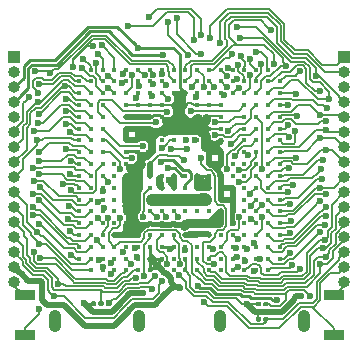
<source format=gbr>
G04 #@! TF.GenerationSoftware,KiCad,Pcbnew,5.1.7-a382d34a8~87~ubuntu18.04.1*
G04 #@! TF.CreationDate,2020-10-22T16:40:06+03:00*
G04 #@! TF.ProjectId,FreeSmart157AAC_29mm_module,46726565-536d-4617-9274-313537414143,rev?*
G04 #@! TF.SameCoordinates,Original*
G04 #@! TF.FileFunction,Copper,L1,Top*
G04 #@! TF.FilePolarity,Positive*
%FSLAX46Y46*%
G04 Gerber Fmt 4.6, Leading zero omitted, Abs format (unit mm)*
G04 Created by KiCad (PCBNEW 5.1.7-a382d34a8~87~ubuntu18.04.1) date 2020-10-22 16:40:06*
%MOMM*%
%LPD*%
G01*
G04 APERTURE LIST*
G04 #@! TA.AperFunction,SMDPad,CuDef*
%ADD10R,1.700000X0.900000*%
G04 #@! TD*
G04 #@! TA.AperFunction,SMDPad,CuDef*
%ADD11C,0.400000*%
G04 #@! TD*
G04 #@! TA.AperFunction,ComponentPad*
%ADD12O,1.050000X1.900000*%
G04 #@! TD*
G04 #@! TA.AperFunction,ComponentPad*
%ADD13R,1.000000X1.000000*%
G04 #@! TD*
G04 #@! TA.AperFunction,ComponentPad*
%ADD14O,1.000000X1.000000*%
G04 #@! TD*
G04 #@! TA.AperFunction,ViaPad*
%ADD15C,0.600000*%
G04 #@! TD*
G04 #@! TA.AperFunction,Conductor*
%ADD16C,0.152400*%
G04 #@! TD*
G04 #@! TA.AperFunction,Conductor*
%ADD17C,0.500000*%
G04 #@! TD*
G04 #@! TA.AperFunction,Conductor*
%ADD18C,0.200000*%
G04 #@! TD*
G04 #@! TA.AperFunction,Conductor*
%ADD19C,1.000000*%
G04 #@! TD*
G04 #@! TA.AperFunction,Conductor*
%ADD20C,0.750000*%
G04 #@! TD*
G04 #@! TA.AperFunction,Conductor*
%ADD21C,0.250000*%
G04 #@! TD*
G04 #@! TA.AperFunction,Conductor*
%ADD22C,0.650000*%
G04 #@! TD*
G04 #@! TA.AperFunction,Conductor*
%ADD23C,0.400000*%
G04 #@! TD*
G04 #@! TA.AperFunction,Conductor*
%ADD24C,0.300000*%
G04 #@! TD*
G04 APERTURE END LIST*
D10*
X13100000Y-10600000D03*
X13100000Y-14000000D03*
X-13100000Y-10600000D03*
X-13100000Y-14000000D03*
D11*
X-7500000Y-8500000D03*
X-6500000Y-8500000D03*
X-5500000Y-8500000D03*
X-4500000Y-8500000D03*
X-3500000Y-8500000D03*
X-2500000Y-8500000D03*
X-1500000Y-8500000D03*
X-500000Y-8500000D03*
X500000Y-8500000D03*
X1500000Y-8500000D03*
X2500000Y-8500000D03*
X3500000Y-8500000D03*
X4500000Y-8500000D03*
X5500000Y-8500000D03*
X6500000Y-8500000D03*
X7500000Y-8500000D03*
X-8500000Y-7500000D03*
X-7500000Y-7500000D03*
X-6500000Y-7500000D03*
X-5500000Y-7500000D03*
X-4500000Y-7500000D03*
X-3500000Y-7500000D03*
X-2500000Y-7500000D03*
X-1500000Y-7500000D03*
X-500000Y-7500000D03*
X500000Y-7500000D03*
X1500000Y-7500000D03*
X2500000Y-7500000D03*
X3500000Y-7500000D03*
X4500000Y-7500000D03*
X5500000Y-7500000D03*
X6500000Y-7500000D03*
X7500000Y-7500000D03*
X8500000Y-7500000D03*
X-8500000Y-6500000D03*
X-7500000Y-6500000D03*
X-6500000Y-6500000D03*
X-5500000Y-6500000D03*
X-4500000Y-6500000D03*
X-3500000Y-6500000D03*
X-2500000Y-6500000D03*
X-1500000Y-6500000D03*
X-500000Y-6500000D03*
X500000Y-6500000D03*
X1500000Y-6500000D03*
X2500000Y-6500000D03*
X3500000Y-6500000D03*
X4500000Y-6500000D03*
X5500000Y-6500000D03*
X6500000Y-6500000D03*
X7500000Y-6500000D03*
X8500000Y-6500000D03*
X-8500000Y-5500000D03*
X-7500000Y-5500000D03*
X-6500000Y-5500000D03*
X-5500000Y-5500000D03*
X-4500000Y-5500000D03*
X-3500000Y-5500000D03*
X-2500000Y-5500000D03*
X-1500000Y-5500000D03*
X-500000Y-5500000D03*
X500000Y-5500000D03*
X1500000Y-5500000D03*
X2500000Y-5500000D03*
X3500000Y-5500000D03*
X4500000Y-5500000D03*
X5500000Y-5500000D03*
X6500000Y-5500000D03*
X7500000Y-5500000D03*
X8500000Y-5500000D03*
X-8500000Y-4500000D03*
X-7500000Y-4500000D03*
X-6500000Y-4500000D03*
X-5500000Y-4500000D03*
X-4500000Y-4500000D03*
X-3500000Y-4500000D03*
X-2500000Y-4500000D03*
X-1500000Y-4500000D03*
X-500000Y-4500000D03*
X500000Y-4500000D03*
X1500000Y-4500000D03*
X2500000Y-4500000D03*
X3500000Y-4500000D03*
X4500000Y-4500000D03*
X5500000Y-4500000D03*
X6500000Y-4500000D03*
X7500000Y-4500000D03*
X8500000Y-4500000D03*
X-8500000Y-3500000D03*
X-7500000Y-3500000D03*
X-6500000Y-3500000D03*
X-5500000Y-3500000D03*
X-4500000Y-3500000D03*
X-3500000Y-3500000D03*
X-2500000Y-3500000D03*
X-1500000Y-3500000D03*
X-500000Y-3500000D03*
X500000Y-3500000D03*
X1500000Y-3500000D03*
X2500000Y-3500000D03*
X3500000Y-3500000D03*
X4500000Y-3500000D03*
X5500000Y-3500000D03*
X6500000Y-3500000D03*
X7500000Y-3500000D03*
X8500000Y-3500000D03*
X-8500000Y-2500000D03*
X-7500000Y-2500000D03*
X-6500000Y-2500000D03*
X-5500000Y-2500000D03*
X-4500000Y-2500000D03*
X-3500000Y-2500000D03*
X-2500000Y-2500000D03*
X-1500000Y-2500000D03*
X-500000Y-2500000D03*
X500000Y-2500000D03*
X1500000Y-2500000D03*
X2500000Y-2500000D03*
X3500000Y-2500000D03*
X4500000Y-2500000D03*
X5500000Y-2500000D03*
X6500000Y-2500000D03*
X7500000Y-2500000D03*
X8500000Y-2500000D03*
X-8500000Y-1500000D03*
X-7500000Y-1500000D03*
X-6500000Y-1500000D03*
X-5500000Y-1500000D03*
X-4500000Y-1500000D03*
X-3500000Y-1500000D03*
X-2500000Y-1500000D03*
X-1500000Y-1500000D03*
X-500000Y-1500000D03*
X500000Y-1500000D03*
X1500000Y-1500000D03*
X2500000Y-1500000D03*
X3500000Y-1500000D03*
X4500000Y-1500000D03*
X5500000Y-1500000D03*
X6500000Y-1500000D03*
X7500000Y-1500000D03*
X8500000Y-1500000D03*
X-8500000Y-500000D03*
X-7500000Y-500000D03*
X-6500000Y-500000D03*
X-5500000Y-500000D03*
X-4500000Y-500000D03*
X-3500000Y-500000D03*
X-2500000Y-500000D03*
X-1500000Y-500000D03*
X-500000Y-500000D03*
X500000Y-500000D03*
X1500000Y-500000D03*
X2500000Y-500000D03*
X3500000Y-500000D03*
X4500000Y-500000D03*
X5500000Y-500000D03*
X6500000Y-500000D03*
X7500000Y-500000D03*
X8500000Y-500000D03*
X-8500000Y500000D03*
X-7500000Y500000D03*
X-6500000Y500000D03*
X-5500000Y500000D03*
X-4500000Y500000D03*
X-3500000Y500000D03*
X-2500000Y500000D03*
X2500000Y500000D03*
X3500000Y500000D03*
X4500000Y500000D03*
X5500000Y500000D03*
X6500000Y500000D03*
X7500000Y500000D03*
X8500000Y500000D03*
X-8500000Y1500000D03*
X-7500000Y1500000D03*
X-6500000Y1500000D03*
X-4500000Y1500000D03*
X-3500000Y1500000D03*
X-2500000Y1500000D03*
X2500000Y1500000D03*
X3500000Y1500000D03*
X5500000Y1500000D03*
X6500000Y1500000D03*
X7500000Y1500000D03*
X8500000Y1500000D03*
X-8500000Y2500000D03*
X-7500000Y2500000D03*
X-6500000Y2500000D03*
X-4500000Y2500000D03*
X-3500000Y2500000D03*
X-2500000Y2500000D03*
X-1500000Y2500000D03*
X-500000Y2500000D03*
X500000Y2500000D03*
X1500000Y2500000D03*
X2500000Y2500000D03*
X3500000Y2500000D03*
X5500000Y2500000D03*
X6500000Y2500000D03*
X7500000Y2500000D03*
X8500000Y2500000D03*
X-8500000Y3500000D03*
X-7500000Y3500000D03*
X-6500000Y3500000D03*
X-4500000Y3500000D03*
X-3500000Y3500000D03*
X-2500000Y3500000D03*
X-1500000Y3500000D03*
X-500000Y3500000D03*
X500000Y3500000D03*
X1500000Y3500000D03*
X2500000Y3500000D03*
X3500000Y3500000D03*
X5500000Y3500000D03*
X6500000Y3500000D03*
X7500000Y3500000D03*
X8500000Y3500000D03*
X-8500000Y4500000D03*
X-7500000Y4500000D03*
X-6500000Y4500000D03*
X-4500000Y4500000D03*
X-3500000Y4500000D03*
X-2500000Y4500000D03*
X-1500000Y4500000D03*
X-500000Y4500000D03*
X500000Y4500000D03*
X1500000Y4500000D03*
X2500000Y4500000D03*
X3500000Y4500000D03*
X5500000Y4500000D03*
X6500000Y4500000D03*
X7500000Y4500000D03*
X8500000Y4500000D03*
X-8500000Y5500000D03*
X-7500000Y5500000D03*
X-6500000Y5500000D03*
X-4500000Y5500000D03*
X-3500000Y5500000D03*
X-2500000Y5500000D03*
X-1500000Y5500000D03*
X-500000Y5500000D03*
X500000Y5500000D03*
X1500000Y5500000D03*
X2500000Y5500000D03*
X3500000Y5500000D03*
X5500000Y5500000D03*
X6500000Y5500000D03*
X7500000Y5500000D03*
X8500000Y5500000D03*
X-8500000Y6500000D03*
X-7500000Y6500000D03*
X-6500000Y6500000D03*
X-5500000Y6500000D03*
X-4500000Y6500000D03*
X-3500000Y6500000D03*
X-2500000Y6500000D03*
X-1500000Y6500000D03*
X-500000Y6500000D03*
X500000Y6500000D03*
X1500000Y6500000D03*
X2500000Y6500000D03*
X3500000Y6500000D03*
X4500000Y6500000D03*
X5500000Y6500000D03*
X6500000Y6500000D03*
X7500000Y6500000D03*
X8500000Y6500000D03*
X-8500000Y7500000D03*
X-7500000Y7500000D03*
X-6500000Y7500000D03*
X-5500000Y7500000D03*
X-4500000Y7500000D03*
X-3500000Y7500000D03*
X-2500000Y7500000D03*
X-1500000Y7500000D03*
X-500000Y7500000D03*
X500000Y7500000D03*
X1500000Y7500000D03*
X2500000Y7500000D03*
X3500000Y7500000D03*
X4500000Y7500000D03*
X5500000Y7500000D03*
X6500000Y7500000D03*
X7500000Y7500000D03*
X8500000Y7500000D03*
X-7500000Y8500000D03*
X-6500000Y8500000D03*
X-5500000Y8500000D03*
X-4500000Y8500000D03*
X-3500000Y8500000D03*
X-2500000Y8500000D03*
X-1500000Y8500000D03*
X-500000Y8500000D03*
X500000Y8500000D03*
X1500000Y8500000D03*
X2500000Y8500000D03*
X3500000Y8500000D03*
X4500000Y8500000D03*
X5500000Y8500000D03*
X6500000Y8500000D03*
X7500000Y8500000D03*
G04 #@! TA.AperFunction,SMDPad,CuDef*
G36*
G01*
X7550000Y-11250000D02*
X7550000Y-11450000D01*
G75*
G02*
X7450000Y-11550000I-100000J0D01*
G01*
X7190000Y-11550000D01*
G75*
G02*
X7090000Y-11450000I0J100000D01*
G01*
X7090000Y-11250000D01*
G75*
G02*
X7190000Y-11150000I100000J0D01*
G01*
X7450000Y-11150000D01*
G75*
G02*
X7550000Y-11250000I0J-100000D01*
G01*
G37*
G04 #@! TD.AperFunction*
G04 #@! TA.AperFunction,SMDPad,CuDef*
G36*
G01*
X6910000Y-11250000D02*
X6910000Y-11450000D01*
G75*
G02*
X6810000Y-11550000I-100000J0D01*
G01*
X6550000Y-11550000D01*
G75*
G02*
X6450000Y-11450000I0J100000D01*
G01*
X6450000Y-11250000D01*
G75*
G02*
X6550000Y-11150000I100000J0D01*
G01*
X6810000Y-11150000D01*
G75*
G02*
X6910000Y-11250000I0J-100000D01*
G01*
G37*
G04 #@! TD.AperFunction*
G04 #@! TA.AperFunction,SMDPad,CuDef*
G36*
G01*
X-6400000Y-11220000D02*
X-6400000Y-11420000D01*
G75*
G02*
X-6500000Y-11520000I-100000J0D01*
G01*
X-6760000Y-11520000D01*
G75*
G02*
X-6860000Y-11420000I0J100000D01*
G01*
X-6860000Y-11220000D01*
G75*
G02*
X-6760000Y-11120000I100000J0D01*
G01*
X-6500000Y-11120000D01*
G75*
G02*
X-6400000Y-11220000I0J-100000D01*
G01*
G37*
G04 #@! TD.AperFunction*
G04 #@! TA.AperFunction,SMDPad,CuDef*
G36*
G01*
X-7040000Y-11220000D02*
X-7040000Y-11420000D01*
G75*
G02*
X-7140000Y-11520000I-100000J0D01*
G01*
X-7400000Y-11520000D01*
G75*
G02*
X-7500000Y-11420000I0J100000D01*
G01*
X-7500000Y-11220000D01*
G75*
G02*
X-7400000Y-11120000I100000J0D01*
G01*
X-7140000Y-11120000D01*
G75*
G02*
X-7040000Y-11220000I0J-100000D01*
G01*
G37*
G04 #@! TD.AperFunction*
G04 #@! TA.AperFunction,SMDPad,CuDef*
G36*
G01*
X7550000Y-12530000D02*
X7550000Y-12730000D01*
G75*
G02*
X7450000Y-12830000I-100000J0D01*
G01*
X7190000Y-12830000D01*
G75*
G02*
X7090000Y-12730000I0J100000D01*
G01*
X7090000Y-12530000D01*
G75*
G02*
X7190000Y-12430000I100000J0D01*
G01*
X7450000Y-12430000D01*
G75*
G02*
X7550000Y-12530000I0J-100000D01*
G01*
G37*
G04 #@! TD.AperFunction*
G04 #@! TA.AperFunction,SMDPad,CuDef*
G36*
G01*
X6910000Y-12530000D02*
X6910000Y-12730000D01*
G75*
G02*
X6810000Y-12830000I-100000J0D01*
G01*
X6550000Y-12830000D01*
G75*
G02*
X6450000Y-12730000I0J100000D01*
G01*
X6450000Y-12530000D01*
G75*
G02*
X6550000Y-12430000I100000J0D01*
G01*
X6810000Y-12430000D01*
G75*
G02*
X6910000Y-12530000I0J-100000D01*
G01*
G37*
G04 #@! TD.AperFunction*
D12*
X-10560000Y-12757000D03*
X-3410000Y-12757000D03*
D13*
X13970000Y9525000D03*
D14*
X13970000Y8255000D03*
X13970000Y6985000D03*
X13970000Y5715000D03*
X13970000Y4445000D03*
X13970000Y3175000D03*
X13970000Y1905000D03*
X13970000Y635000D03*
X13970000Y-635000D03*
X13970000Y-1905000D03*
X13970000Y-3175000D03*
X13970000Y-4445000D03*
X13970000Y-5715000D03*
X13970000Y-6985000D03*
X13970000Y-8255000D03*
X13970000Y-9525000D03*
X-13970000Y-9525000D03*
X-13970000Y-8255000D03*
X-13970000Y-6985000D03*
X-13970000Y-5715000D03*
X-13970000Y-4445000D03*
X-13970000Y-3175000D03*
X-13970000Y-1905000D03*
X-13970000Y-635000D03*
X-13970000Y635000D03*
X-13970000Y1905000D03*
X-13970000Y3175000D03*
X-13970000Y4445000D03*
X-13970000Y5715000D03*
X-13970000Y6985000D03*
X-13970000Y8255000D03*
D13*
X-13970000Y9525000D03*
D12*
X10560000Y-12757000D03*
X3410000Y-12757000D03*
D15*
X-9222535Y-7166251D03*
X-12406960Y-3848407D03*
X-9240333Y-5193166D03*
X-9450000Y-4130000D03*
X-9310000Y-3072788D03*
X-12350000Y-930000D03*
X-9828608Y-1226446D03*
X-9227412Y-299150D03*
X-9223671Y758061D03*
X-9628490Y1793220D03*
X-12060000Y2520000D03*
X-9643189Y3919585D03*
X-9592704Y4976797D03*
X-9611093Y6034008D03*
X-9663783Y7091219D03*
X-11887520Y7290647D03*
X-11920806Y-6279235D03*
X-12026216Y-5286216D03*
X-11883221Y-4547517D03*
X-12406246Y-3095996D03*
X-11867412Y-2570775D03*
X-12390000Y-1990000D03*
X-11786110Y-1441246D03*
X-11864996Y-346700D03*
X-12391139Y191164D03*
X-11864233Y753538D03*
X-11867511Y1505942D03*
X-9260000Y3250000D03*
X-12350000Y3330000D03*
X-11967815Y3978119D03*
X-11902122Y4727658D03*
X-12010000Y5784870D03*
X-11970297Y6542802D03*
X-8129649Y9413831D03*
X-6460000Y-8231390D03*
X-6849429Y-7585922D03*
X-6999994Y-5919089D03*
X-6028074Y-4049526D03*
X-6886960Y-4028067D03*
X-6350000Y-3230000D03*
X-6874377Y-2685032D03*
X-6510000Y-1810000D03*
X-6070000Y-980000D03*
X-9176769Y-1707986D03*
X-5025311Y52436D03*
X-4051578Y991780D03*
X-3080906Y1999997D03*
X-1964052Y4040714D03*
X-8234703Y8621160D03*
X-7075729Y9101201D03*
X-6938722Y9841034D03*
X-5770000Y-8840000D03*
X-5781068Y-7894169D03*
X-6008197Y6961834D03*
X-6080906Y7999996D03*
X-6562743Y10550093D03*
X-11798132Y-7438351D03*
X-4095740Y-7932530D03*
X-4820084Y-6928949D03*
X-3987045Y8065917D03*
X-4840000Y7350001D03*
X-2956228Y8033634D03*
X-12346965Y-6923661D03*
X-3582950Y-7356145D03*
X-3741097Y-6620541D03*
X-3679250Y6133746D03*
X-3406690Y7147193D03*
X-2317227Y6266765D03*
X-2223854Y7246248D03*
X-2205484Y8083718D03*
X-955204Y6009611D03*
X-1166643Y7154356D03*
X-1447854Y8155992D03*
X1380000Y6180000D03*
X1823691Y980298D03*
X2919089Y-7999995D03*
X1093713Y7010463D03*
X2071384Y7008137D03*
X5080908Y-4000004D03*
X4936089Y-8171906D03*
X4860173Y-7372518D03*
X4790000Y-6622414D03*
X10233432Y-8352532D03*
X5588644Y-7705216D03*
X5741566Y-6648005D03*
X5967923Y8007902D03*
X4989504Y8931309D03*
X5208688Y9651088D03*
X6287564Y-8522336D03*
X6842341Y-7546950D03*
X6335900Y-6160000D03*
X6963784Y-4008174D03*
X6090000Y-4110000D03*
X7028312Y-2950724D03*
X6033521Y-3043887D03*
X6013525Y-2065278D03*
X9157565Y-1858503D03*
X5080908Y-999997D03*
X5064749Y-13998D03*
X4672789Y1143206D03*
X4378610Y2196216D03*
X7000003Y80908D03*
X4130000Y3308622D03*
X6908401Y9008772D03*
X6006762Y9392914D03*
X9540009Y-8060488D03*
X11894098Y-5286705D03*
X12334647Y-4676754D03*
X12369676Y-3173031D03*
X11867414Y-2600000D03*
X12399992Y-2049146D03*
X9360000Y-2917211D03*
X12020161Y69526D03*
X9247522Y144272D03*
X9895012Y1054469D03*
X12407409Y3377097D03*
X9281390Y2762022D03*
X12394976Y4132858D03*
X11879667Y4681109D03*
X12487407Y5225392D03*
X9370347Y-7003277D03*
X12374978Y-3925424D03*
X9360002Y-5336444D03*
X9451931Y-4279233D03*
X11900282Y-1486640D03*
X12084157Y-757042D03*
X9593419Y-1245189D03*
X12170000Y870000D03*
X12403715Y1725634D03*
X11900000Y2720000D03*
X9813744Y3293739D03*
X9227412Y3775881D03*
X9935285Y4598781D03*
X9227412Y5497828D03*
X-4738556Y8107234D03*
X2944574Y7050001D03*
X-3470002Y10350000D03*
X-4030000Y-3030000D03*
X3410000Y-4500000D03*
X4507221Y-4500000D03*
X-3049934Y-10397371D03*
X5728015Y-11354598D03*
X10332412Y-10699779D03*
X-8100000Y-11220000D03*
X11900266Y-7977970D03*
X12175940Y-6624338D03*
X12376234Y-7349601D03*
X12342823Y-5890667D03*
X510000Y-6750000D03*
X4Y-8919095D03*
X952402Y-2530000D03*
X980494Y-5399991D03*
X5790000Y1230000D03*
X4007547Y59921D03*
X3046126Y2968657D03*
X3441953Y10718047D03*
X3020000Y4025868D03*
X2550000Y11180000D03*
X977939Y5014737D03*
X-4999998Y-4080907D03*
X11084602Y-10681514D03*
X2852034Y-6712637D03*
X2100000Y-11210000D03*
X-2984674Y-8938756D03*
X-1037301Y-7959946D03*
X20000Y-7970000D03*
X-1919092Y-4000004D03*
X-3716005Y-9115616D03*
X-10297968Y-9623513D03*
X-1101037Y-3982403D03*
X-2075940Y-8995796D03*
X-100193Y-3984459D03*
X-1453302Y-9418225D03*
X-10640000Y-10680000D03*
X-11870000Y-11740000D03*
X-3048663Y-3979489D03*
X-1638550Y-886133D03*
X-843442Y-809254D03*
X-1539946Y693193D03*
X1852402Y-1254239D03*
X360000Y810000D03*
X8272280Y-10985198D03*
X1557147Y-9808512D03*
X-12212475Y8343039D03*
X-10968518Y8178518D03*
X-7350500Y10470765D03*
X-8978751Y8733032D03*
X-12722452Y6165340D03*
X3779700Y6315130D03*
X4001785Y7064267D03*
X4000004Y7919092D03*
X5058996Y6980784D03*
X4887158Y7733179D03*
X4146330Y8657138D03*
X11563436Y7936957D03*
X7731768Y11815892D03*
X7965613Y8961325D03*
X4972846Y-5884383D03*
X-960000Y160000D03*
X-1476429Y1848014D03*
X557212Y2542219D03*
X1309975Y2532820D03*
X-1028765Y4951183D03*
X-4370000Y12230000D03*
X1207246Y11020266D03*
X-719887Y1742660D03*
X667331Y1794867D03*
X-2620000Y12930000D03*
X1839624Y11427969D03*
X4467330Y9782458D03*
X4836551Y12146551D03*
X12679998Y5970018D03*
X1852680Y9854487D03*
X-202084Y12832084D03*
X9825548Y6448339D03*
X5146834Y11141604D03*
X9029082Y8839082D03*
X721653Y9760779D03*
X-970000Y12560000D03*
X11863791Y6677175D03*
X10201413Y8346387D03*
X6469120Y10032349D03*
X-5945547Y-11255342D03*
X-2300000Y-10110000D03*
X-1400000Y9772590D03*
X-780000Y-6690000D03*
X37977Y-9976299D03*
D16*
X-9116591Y-7166251D02*
X-9222535Y-7166251D01*
X-8500000Y-7500000D02*
X-8782842Y-7500000D01*
X-8782842Y-7500000D02*
X-9116591Y-7166251D01*
X-8500000Y-6500000D02*
X-8699999Y-6300001D01*
X-8699999Y-6300001D02*
X-9373174Y-6300001D01*
X-11982696Y-3848407D02*
X-12406960Y-3848407D01*
X-9373174Y-6300001D02*
X-11824768Y-3848407D01*
X-11824768Y-3848407D02*
X-11982696Y-3848407D01*
X-8500000Y-5500000D02*
X-8933499Y-5500000D01*
X-8933499Y-5500000D02*
X-9240333Y-5193166D01*
X-9279999Y-4300001D02*
X-9450000Y-4130000D01*
X-8699999Y-4300001D02*
X-9279999Y-4300001D01*
X-8500000Y-4500000D02*
X-8699999Y-4300001D01*
X-8500000Y-3500000D02*
X-8782842Y-3500000D01*
X-8782842Y-3500000D02*
X-9210054Y-3072788D01*
X-9210054Y-3072788D02*
X-9310000Y-3072788D01*
X-11908381Y-912645D02*
X-11925736Y-930000D01*
X-8500000Y-2500000D02*
X-8763413Y-2236587D01*
X-10208439Y-2236587D02*
X-11532381Y-912645D01*
X-11532381Y-912645D02*
X-11908381Y-912645D01*
X-8763413Y-2236587D02*
X-10208439Y-2236587D01*
X-11925736Y-930000D02*
X-12350000Y-930000D01*
X-8500000Y-1500000D02*
X-8699999Y-1300001D01*
X-8802424Y-1300001D02*
X-8923040Y-1179385D01*
X-9357283Y-1179385D02*
X-9404344Y-1226446D01*
X-8699999Y-1300001D02*
X-8802424Y-1300001D01*
X-9404344Y-1226446D02*
X-9828608Y-1226446D01*
X-8923040Y-1179385D02*
X-9357283Y-1179385D01*
X-9026562Y-500000D02*
X-9227412Y-299150D01*
X-8500000Y-500000D02*
X-9026562Y-500000D01*
X-8500000Y500000D02*
X-8782842Y500000D01*
X-9040903Y758061D02*
X-9223671Y758061D01*
X-8782842Y500000D02*
X-9040903Y758061D01*
X-9535269Y1699999D02*
X-9628490Y1793220D01*
X-8699999Y1699999D02*
X-9535269Y1699999D01*
X-8500000Y1500000D02*
X-8699999Y1699999D01*
X-11635736Y2520000D02*
X-11455737Y2699999D01*
X-12060000Y2520000D02*
X-11635736Y2520000D01*
X-8782842Y2500000D02*
X-8500000Y2500000D01*
X-9141066Y2699999D02*
X-8941067Y2500000D01*
X-11455737Y2699999D02*
X-9141066Y2699999D01*
X-8941067Y2500000D02*
X-8782842Y2500000D01*
X-13470001Y-135001D02*
X-13970000Y-635000D01*
X-13241399Y93601D02*
X-13470001Y-135001D01*
X-13241399Y914337D02*
X-13241399Y93601D01*
X-12060000Y2095736D02*
X-13241399Y914337D01*
X-12060000Y2520000D02*
X-12060000Y2095736D01*
X-9218925Y3919585D02*
X-9643189Y3919585D01*
X-9150984Y3919585D02*
X-9218925Y3919585D01*
X-8731399Y3500000D02*
X-9150984Y3919585D01*
X-8500000Y3500000D02*
X-8731399Y3500000D01*
X-8801067Y4500000D02*
X-9277864Y4976797D01*
X-9277864Y4976797D02*
X-9592704Y4976797D01*
X-8500000Y4500000D02*
X-8801067Y4500000D01*
X-8500000Y5500000D02*
X-8782842Y5500000D01*
X-9316850Y6034008D02*
X-9611093Y6034008D01*
X-8782842Y5500000D02*
X-9316850Y6034008D01*
X-9393251Y7091219D02*
X-9663783Y7091219D01*
X-8500000Y6500000D02*
X-8802032Y6500000D01*
X-9898781Y7091219D02*
X-9663783Y7091219D01*
X-11733740Y5256260D02*
X-9898781Y7091219D01*
X-12928602Y1676398D02*
X-12928602Y3556400D01*
X-12155852Y5256260D02*
X-11733740Y5256260D01*
X-13970000Y635000D02*
X-12928602Y1676398D01*
X-12626400Y3858602D02*
X-12626400Y4785712D01*
X-8802032Y6500000D02*
X-9393251Y7091219D01*
X-12626400Y4785712D02*
X-12155852Y5256260D01*
X-12928602Y3556400D02*
X-12626400Y3858602D01*
X-10677754Y7290647D02*
X-11463256Y7290647D01*
X-9283797Y7924632D02*
X-10043769Y7924632D01*
X-8859165Y7500000D02*
X-9283797Y7924632D01*
X-10043769Y7924632D02*
X-10677754Y7290647D01*
X-11463256Y7290647D02*
X-11887520Y7290647D01*
X-8500000Y7500000D02*
X-8859165Y7500000D01*
X-11496542Y-6279235D02*
X-11920806Y-6279235D01*
X-7500000Y-8500000D02*
X-9076800Y-8500000D01*
X-9076800Y-8500000D02*
X-11297565Y-6279235D01*
X-11297565Y-6279235D02*
X-11496542Y-6279235D01*
X-11920806Y-6279235D02*
X-11920806Y-6173956D01*
X-11920806Y-6173956D02*
X-12554817Y-5539945D01*
X-12554817Y-5539945D02*
X-12554817Y-5305183D01*
X-13470001Y-3674999D02*
X-13970000Y-3175000D01*
X-13241399Y-3903601D02*
X-13470001Y-3674999D01*
X-13241399Y-4618601D02*
X-13241399Y-3903601D01*
X-12554817Y-5305183D02*
X-13241399Y-4618601D01*
X-7930378Y-7930378D02*
X-9215355Y-7930378D01*
X-9215355Y-7930378D02*
X-11559518Y-5586215D01*
X-11726217Y-5586215D02*
X-12026216Y-5286216D01*
X-11559518Y-5586215D02*
X-11726217Y-5586215D01*
X-7500000Y-7500000D02*
X-7930378Y-7930378D01*
X-13970000Y-1905000D02*
X-12936588Y-2938412D01*
X-12936588Y-2938412D02*
X-12936588Y-4375844D01*
X-12326215Y-4986217D02*
X-12026216Y-5286216D01*
X-12936588Y-4375844D02*
X-12326215Y-4986217D01*
X-7500000Y-6500000D02*
X-7928601Y-6928601D01*
X-9793089Y-6637649D02*
X-11583222Y-4847516D01*
X-8677853Y-6928601D02*
X-8968805Y-6637649D01*
X-8968805Y-6637649D02*
X-9793089Y-6637649D01*
X-7928601Y-6928601D02*
X-8677853Y-6928601D01*
X-11583222Y-4847516D02*
X-11883221Y-4547517D01*
X-7981776Y-5981776D02*
X-8973759Y-5981776D01*
X-12106247Y-3395995D02*
X-12406246Y-3095996D01*
X-7500000Y-5500000D02*
X-7981776Y-5981776D01*
X-8973759Y-5981776D02*
X-9233758Y-5721776D01*
X-9315945Y-5721776D02*
X-9318337Y-5719384D01*
X-9233758Y-5721776D02*
X-9315945Y-5721776D01*
X-9522724Y-5719384D02*
X-11846113Y-3395995D01*
X-9318337Y-5719384D02*
X-9522724Y-5719384D01*
X-11846113Y-3395995D02*
X-12106247Y-3395995D01*
X-8996270Y-4661398D02*
X-9776789Y-4661398D01*
X-11567413Y-2870774D02*
X-11867412Y-2570775D01*
X-9776789Y-4661398D02*
X-11567413Y-2870774D01*
X-8721398Y-4936270D02*
X-8996270Y-4661398D01*
X-7936270Y-4936270D02*
X-8721398Y-4936270D01*
X-7500000Y-4500000D02*
X-7936270Y-4936270D01*
X-7500000Y-3500000D02*
X-7967354Y-3967354D01*
X-9196270Y-3601398D02*
X-10075383Y-3601398D01*
X-10075383Y-3601398D02*
X-11686781Y-1990000D01*
X-11965736Y-1990000D02*
X-12390000Y-1990000D01*
X-7967354Y-3967354D02*
X-8830314Y-3967354D01*
X-11686781Y-1990000D02*
X-11965736Y-1990000D01*
X-8830314Y-3967354D02*
X-9196270Y-3601398D01*
X-11486111Y-1741245D02*
X-11786110Y-1441246D01*
X-7500000Y-2500000D02*
X-7928601Y-2928601D01*
X-9066270Y-2541394D02*
X-10685962Y-2541394D01*
X-7928601Y-2928601D02*
X-8679063Y-2928601D01*
X-8679063Y-2928601D02*
X-9066270Y-2541394D01*
X-10685962Y-2541394D02*
X-11486111Y-1741245D01*
X-8071398Y-928602D02*
X-8742756Y-928602D01*
X-11440732Y-346700D02*
X-11864996Y-346700D01*
X-9962192Y-346700D02*
X-11440732Y-346700D01*
X-7500000Y-1500000D02*
X-8071398Y-928602D01*
X-9481141Y-827751D02*
X-9962192Y-346700D01*
X-8742756Y-928602D02*
X-8843607Y-827751D01*
X-8843607Y-827751D02*
X-9481141Y-827751D01*
X-8969942Y229460D02*
X-11571128Y229460D01*
X-11966875Y191164D02*
X-12391139Y191164D01*
X-11609424Y191164D02*
X-11966875Y191164D01*
X-11571128Y229460D02*
X-11609424Y191164D01*
X-8780482Y40000D02*
X-8969942Y229460D01*
X-7500000Y-500000D02*
X-8040000Y40000D01*
X-8040000Y40000D02*
X-8780482Y40000D01*
X-8938055Y1286662D02*
X-9477400Y1286662D01*
X-10010524Y753538D02*
X-11439969Y753538D01*
X-8699406Y1048013D02*
X-8938055Y1286662D01*
X-9477400Y1286662D02*
X-10010524Y753538D01*
X-8048013Y1048013D02*
X-8699406Y1048013D01*
X-7500000Y500000D02*
X-8048013Y1048013D01*
X-11439969Y753538D02*
X-11864233Y753538D01*
X-11567512Y1805941D02*
X-11867511Y1505942D01*
X-11051631Y2321822D02*
X-11567512Y1805941D01*
X-9313673Y2321822D02*
X-11051631Y2321822D01*
X-7500000Y1500000D02*
X-8060000Y2060000D01*
X-9051851Y2060000D02*
X-9313673Y2321822D01*
X-8060000Y2060000D02*
X-9051851Y2060000D01*
X-8960001Y2950001D02*
X-7950001Y2950001D01*
X-7950001Y2950001D02*
X-7699999Y2699999D01*
X-9260000Y3250000D02*
X-8960001Y2950001D01*
X-7699999Y2699999D02*
X-7500000Y2500000D01*
X-8756603Y3960000D02*
X-9244790Y4448187D01*
X-7500000Y3500000D02*
X-7960000Y3960000D01*
X-11925736Y3330000D02*
X-12350000Y3330000D01*
X-11015106Y3330000D02*
X-11925736Y3330000D01*
X-9244790Y4448187D02*
X-9896919Y4448187D01*
X-7960000Y3960000D02*
X-8756603Y3960000D01*
X-9896919Y4448187D02*
X-11015106Y3330000D01*
X-7980000Y4980000D02*
X-8813577Y4980000D01*
X-10016272Y5505398D02*
X-11543551Y3978119D01*
X-11543551Y3978119D02*
X-11967815Y3978119D01*
X-7500000Y4500000D02*
X-7980000Y4980000D01*
X-9338975Y5505398D02*
X-10016272Y5505398D01*
X-8813577Y4980000D02*
X-9338975Y5505398D01*
X-8723356Y5928601D02*
X-9357364Y6562609D01*
X-11830933Y4727658D02*
X-11902122Y4727658D01*
X-9995982Y6562609D02*
X-11830933Y4727658D01*
X-9357364Y6562609D02*
X-9995982Y6562609D01*
X-7928601Y5928601D02*
X-8723356Y5928601D01*
X-7500000Y5500000D02*
X-7928601Y5928601D01*
X-12931211Y4002188D02*
X-12931211Y4911968D01*
X-12931211Y4911968D02*
X-12058309Y5784870D01*
X-13970000Y1905000D02*
X-13233413Y2641587D01*
X-13233413Y2641587D02*
X-13233413Y3699986D01*
X-13233413Y3699986D02*
X-12931211Y4002188D01*
X-12058309Y5784870D02*
X-12010000Y5784870D01*
X-9410053Y7619821D02*
X-9897162Y7619821D01*
X-7500000Y6500000D02*
X-8071399Y7071399D01*
X-8071399Y7071399D02*
X-8861631Y7071399D01*
X-9897162Y7619821D02*
X-11732113Y5784870D01*
X-11732113Y5784870D02*
X-12010000Y5784870D01*
X-8861631Y7071399D02*
X-9410053Y7619821D01*
X-12416121Y6988626D02*
X-12270296Y6842801D01*
X-12141249Y7819248D02*
X-12416121Y7544376D01*
X-12416121Y7544376D02*
X-12416121Y6988626D01*
X-9157541Y8229443D02*
X-10170025Y8229443D01*
X-11633791Y7819248D02*
X-12141249Y7819248D01*
X-8318941Y7949291D02*
X-8877390Y7949291D01*
X-10760867Y7638601D02*
X-11453144Y7638601D01*
X-10170025Y8229443D02*
X-10760867Y7638601D01*
X-8877390Y7949291D02*
X-9157541Y8229443D01*
X-12270296Y6842801D02*
X-11970297Y6542802D01*
X-11453144Y7638601D02*
X-11633791Y7819248D01*
X-7500000Y7500000D02*
X-7869650Y7500000D01*
X-7869650Y7500000D02*
X-8318941Y7949291D01*
X-7500000Y8500000D02*
X-7500000Y8784182D01*
X-7500000Y8784182D02*
X-8129649Y9413831D01*
X-6500000Y-8500000D02*
X-6500000Y-8271390D01*
X-6500000Y-8271390D02*
X-6460000Y-8231390D01*
X-6699999Y-7699999D02*
X-6735352Y-7699999D01*
X-6735352Y-7699999D02*
X-6849429Y-7585922D01*
X-6500000Y-7500000D02*
X-6699999Y-7699999D01*
X-6500000Y-6500000D02*
X-6999994Y-6000006D01*
X-6999994Y-6000006D02*
X-6999994Y-5919089D01*
X-6028074Y-4745232D02*
X-6028074Y-4473790D01*
X-6500000Y-5217158D02*
X-6028074Y-4745232D01*
X-6028074Y-4473790D02*
X-6028074Y-4049526D01*
X-6500000Y-5500000D02*
X-6500000Y-5217158D01*
X-6500000Y-4500000D02*
X-6886960Y-4113040D01*
X-6886960Y-4113040D02*
X-6886960Y-4028067D01*
X-6300001Y-3300001D02*
X-6300001Y-3279999D01*
X-6300001Y-3279999D02*
X-6350000Y-3230000D01*
X-6500000Y-3500000D02*
X-6300001Y-3300001D01*
X-6782842Y-2500000D02*
X-6874377Y-2591535D01*
X-6500000Y-2500000D02*
X-6782842Y-2500000D01*
X-6874377Y-2591535D02*
X-6874377Y-2685032D01*
X-6500000Y-1800000D02*
X-6510000Y-1810000D01*
X-6500000Y-1500000D02*
X-6500000Y-1800000D01*
X-6070000Y-930000D02*
X-6070000Y-980000D01*
X-6500000Y-500000D02*
X-6070000Y-930000D01*
X-7068602Y-1702932D02*
X-7297446Y-1931776D01*
X-6500000Y500000D02*
X-7068602Y-68602D01*
X-7068602Y-68602D02*
X-7068602Y-1702932D01*
X-8952979Y-1931776D02*
X-9176769Y-1707986D01*
X-7297446Y-1931776D02*
X-8952979Y-1931776D01*
X-6500000Y1500000D02*
X-5865670Y1500000D01*
X-5025311Y659641D02*
X-5025311Y476700D01*
X-5865670Y1500000D02*
X-5025311Y659641D01*
X-5025311Y476700D02*
X-5025311Y52436D01*
X-4708938Y991780D02*
X-4475842Y991780D01*
X-4475842Y991780D02*
X-4051578Y991780D01*
X-6217158Y2500000D02*
X-4708938Y991780D01*
X-6500000Y2500000D02*
X-6217158Y2500000D01*
X-6500000Y3500000D02*
X-4999997Y1999997D01*
X-3505170Y1999997D02*
X-3080906Y1999997D01*
X-4999997Y1999997D02*
X-3505170Y1999997D01*
X-6500000Y5500000D02*
X-5011390Y4011390D01*
X-5011390Y4011390D02*
X-1993376Y4011390D01*
X-1993376Y4011390D02*
X-1964052Y4040714D01*
X-7071399Y7071399D02*
X-7071399Y7705729D01*
X-7294271Y7928601D02*
X-7542144Y7928601D01*
X-7071399Y7705729D02*
X-7294271Y7928601D01*
X-7934704Y8321161D02*
X-8234703Y8621160D01*
X-6500000Y6500000D02*
X-7071399Y7071399D01*
X-7542144Y7928601D02*
X-7934704Y8321161D01*
X-6699999Y7865914D02*
X-7070000Y8235915D01*
X-6699999Y7699999D02*
X-6699999Y7865914D01*
X-6500000Y7500000D02*
X-6699999Y7699999D01*
X-7075729Y8676937D02*
X-7075729Y9101201D01*
X-7070000Y8671208D02*
X-7075729Y8676937D01*
X-7070000Y8235915D02*
X-7070000Y8671208D01*
X-6500000Y8500000D02*
X-6500000Y9402312D01*
X-6500000Y9402312D02*
X-6638723Y9541035D01*
X-6638723Y9541035D02*
X-6938722Y9841034D01*
X-5500000Y-8500000D02*
X-5770000Y-8770000D01*
X-5770000Y-8770000D02*
X-5770000Y-8840000D01*
X-5781068Y-7781068D02*
X-5781068Y-7894169D01*
X-5500000Y-7500000D02*
X-5781068Y-7781068D01*
X-5961834Y6961834D02*
X-6008197Y6961834D01*
X-5500000Y6500000D02*
X-5961834Y6961834D01*
X-5500000Y7500000D02*
X-5999996Y7999996D01*
X-5999996Y7999996D02*
X-6080906Y7999996D01*
X-5500000Y9487350D02*
X-6562743Y10550093D01*
X-5500000Y8500000D02*
X-5500000Y9487350D01*
X-6049264Y-9373068D02*
X-6188922Y-9233410D01*
X-4868735Y-8699999D02*
X-5541804Y-9373068D01*
X-6188922Y-9233410D02*
X-8773390Y-9233410D01*
X-8892298Y-9115569D02*
X-10569516Y-7438351D01*
X-8891231Y-9115569D02*
X-8892298Y-9115569D01*
X-5541804Y-9373068D02*
X-6049264Y-9373068D01*
X-11373868Y-7438351D02*
X-11798132Y-7438351D01*
X-10569516Y-7438351D02*
X-11373868Y-7438351D01*
X-8773390Y-9233410D02*
X-8891231Y-9115569D01*
X-4500000Y-8500000D02*
X-4699999Y-8699999D01*
X-4699999Y-8699999D02*
X-4868735Y-8699999D01*
X-4095740Y-7904260D02*
X-4095740Y-7932530D01*
X-4500000Y-7500000D02*
X-4095740Y-7904260D01*
X-4820084Y-6820084D02*
X-4820084Y-6928949D01*
X-4500000Y-6500000D02*
X-4820084Y-6820084D01*
X-3987045Y7012955D02*
X-3987045Y8065917D01*
X-4500000Y6500000D02*
X-3987045Y7012955D01*
X-4500000Y7500000D02*
X-4782842Y7500000D01*
X-4782842Y7500000D02*
X-4840000Y7442842D01*
X-4840000Y7442842D02*
X-4840000Y7350001D01*
X-3033634Y8033634D02*
X-2956228Y8033634D01*
X-3500000Y8500000D02*
X-3033634Y8033634D01*
X-10471979Y-7966955D02*
X-12052986Y-7966955D01*
X-12346965Y-7672976D02*
X-12346965Y-7347925D01*
X-4784948Y-9058347D02*
X-5404480Y-9677879D01*
X-3872670Y-8500000D02*
X-4431017Y-9058347D01*
X-9017487Y-9420380D02*
X-9018554Y-9420380D01*
X-5404480Y-9677879D02*
X-6175520Y-9677879D01*
X-9018554Y-9420380D02*
X-10471979Y-7966955D01*
X-12052986Y-7966955D02*
X-12346965Y-7672976D01*
X-8899646Y-9538221D02*
X-9017487Y-9420380D01*
X-6175520Y-9677879D02*
X-6315178Y-9538221D01*
X-12346965Y-7347925D02*
X-12346965Y-6923661D01*
X-4431017Y-9058347D02*
X-4784948Y-9058347D01*
X-6315178Y-9538221D02*
X-8899646Y-9538221D01*
X-3500000Y-8500000D02*
X-3872670Y-8500000D01*
X-3582950Y-7417050D02*
X-3582950Y-7356145D01*
X-3500000Y-7500000D02*
X-3582950Y-7417050D01*
X-3620541Y-6620541D02*
X-3741097Y-6620541D01*
X-3500000Y-6500000D02*
X-3620541Y-6620541D01*
X-3500000Y6500000D02*
X-3500000Y6217158D01*
X-3583412Y6133746D02*
X-3679250Y6133746D01*
X-3500000Y6217158D02*
X-3583412Y6133746D01*
X-3500000Y7500000D02*
X-3300001Y7300001D01*
X-3300001Y7253882D02*
X-3406690Y7147193D01*
X-3300001Y7300001D02*
X-3300001Y7253882D01*
X-2300001Y6283991D02*
X-2317227Y6266765D01*
X-2500000Y6500000D02*
X-2300001Y6300001D01*
X-2300001Y6300001D02*
X-2300001Y6283991D01*
X-2500000Y7500000D02*
X-2246248Y7246248D01*
X-2246248Y7246248D02*
X-2223854Y7246248D01*
X-2500000Y8500000D02*
X-2205484Y8205484D01*
X-2205484Y8205484D02*
X-2205484Y8083718D01*
X-1009611Y6009611D02*
X-955204Y6009611D01*
X-1500000Y6500000D02*
X-1009611Y6009611D01*
X-1500000Y7500000D02*
X-1166643Y7166643D01*
X-1166643Y7166643D02*
X-1166643Y7154356D01*
X-1500000Y8500000D02*
X-1500000Y8208138D01*
X-1500000Y8208138D02*
X-1447854Y8155992D01*
X1500000Y6500000D02*
X1300001Y6300001D01*
X1300001Y6300001D02*
X1300001Y6259999D01*
X1300001Y6259999D02*
X1380000Y6180000D01*
X2605459Y-6071399D02*
X2028601Y-6071399D01*
X3301753Y-2978611D02*
X3655469Y-2978611D01*
X1823691Y499451D02*
X2344532Y-21390D01*
X3294271Y-5071399D02*
X2978610Y-5387060D01*
X2365665Y-7999995D02*
X2919089Y-7999995D01*
X2344532Y-21390D02*
X2635954Y-21390D01*
X2635954Y-21390D02*
X2930001Y-315437D01*
X3655469Y-2978611D02*
X3978611Y-3301753D01*
X2980000Y-436147D02*
X2980000Y-2656858D01*
X3653729Y-5071399D02*
X3294271Y-5071399D01*
X2980000Y-2656858D02*
X3301753Y-2978611D01*
X3978611Y-3301753D02*
X3978611Y-4746517D01*
X2028601Y-7662931D02*
X2365665Y-7999995D01*
X2930001Y-315437D02*
X2930001Y-386148D01*
X3978611Y-4746517D02*
X3653729Y-5071399D01*
X2028601Y-6071399D02*
X2028601Y-7662931D01*
X2978610Y-5698248D02*
X2605459Y-6071399D01*
X1823691Y980298D02*
X1823691Y499451D01*
X2930001Y-386148D02*
X2980000Y-436147D01*
X2978610Y-5387060D02*
X2978610Y-5698248D01*
X1093713Y7093713D02*
X1093713Y7010463D01*
X1500000Y7500000D02*
X1093713Y7093713D01*
X2071384Y7928616D02*
X2071384Y7008137D01*
X1500000Y8500000D02*
X2071384Y7928616D01*
X4040000Y-5325670D02*
X4294271Y-5071399D01*
X5066561Y-4936237D02*
X5066561Y-4014351D01*
X4040000Y-5960000D02*
X4040000Y-5325670D01*
X3500000Y-6500000D02*
X4040000Y-5960000D01*
X4294271Y-5071399D02*
X4931399Y-5071399D01*
X5066561Y-4014351D02*
X5080908Y-4000004D01*
X4931399Y-5071399D02*
X5066561Y-4936237D01*
X4500000Y-8500000D02*
X4828094Y-8171906D01*
X4828094Y-8171906D02*
X4936089Y-8171906D01*
X4500000Y-7500000D02*
X4699999Y-7300001D01*
X4787656Y-7300001D02*
X4860173Y-7372518D01*
X4699999Y-7300001D02*
X4787656Y-7300001D01*
X4782842Y-6500000D02*
X4790000Y-6507158D01*
X4500000Y-6500000D02*
X4782842Y-6500000D01*
X4790000Y-6507158D02*
X4790000Y-6622414D01*
X5699999Y-8300001D02*
X5762331Y-8300001D01*
X9938863Y-8647101D02*
X10233432Y-8352532D01*
X8637565Y-8647101D02*
X9938863Y-8647101D01*
X5762331Y-8300001D02*
X6118409Y-7943923D01*
X7166201Y-8929999D02*
X8354666Y-8929999D01*
X6705729Y-8071399D02*
X6929866Y-8295536D01*
X6482953Y-7943923D02*
X6610429Y-8071399D01*
X8354666Y-8929999D02*
X8637565Y-8647101D01*
X6929866Y-8295536D02*
X6929866Y-8693664D01*
X6118409Y-7943923D02*
X6482953Y-7943923D01*
X6610429Y-8071399D02*
X6705729Y-8071399D01*
X5500000Y-8500000D02*
X5699999Y-8300001D01*
X6929866Y-8693664D02*
X7166201Y-8929999D01*
X5500000Y-7616572D02*
X5588644Y-7705216D01*
X5500000Y-7500000D02*
X5500000Y-7616572D01*
X5648005Y-6648005D02*
X5741566Y-6648005D01*
X5500000Y-6500000D02*
X5648005Y-6648005D01*
X5967923Y6967923D02*
X5967923Y8007902D01*
X5500000Y6500000D02*
X5967923Y6967923D01*
X5439398Y7940228D02*
X4989504Y8390122D01*
X5439398Y7560602D02*
X5439398Y7940228D01*
X4989504Y8507045D02*
X4989504Y8931309D01*
X4989504Y8390122D02*
X4989504Y8507045D01*
X5500000Y7500000D02*
X5439398Y7560602D01*
X5208688Y9493670D02*
X5208688Y9651088D01*
X5500000Y8782842D02*
X5518106Y8800948D01*
X5500000Y8500000D02*
X5500000Y8782842D01*
X5518106Y9184252D02*
X5208688Y9493670D01*
X5518106Y8800948D02*
X5518106Y9184252D01*
X6500000Y-8500000D02*
X6309900Y-8500000D01*
X6309900Y-8500000D02*
X6287564Y-8522336D01*
X6795391Y-7500000D02*
X6842341Y-7546950D01*
X6500000Y-7500000D02*
X6795391Y-7500000D01*
X6500000Y-6217158D02*
X6442842Y-6160000D01*
X6500000Y-6500000D02*
X6500000Y-6217158D01*
X6442842Y-6160000D02*
X6335900Y-6160000D01*
X6500000Y-5500000D02*
X6963784Y-5036216D01*
X6963784Y-5036216D02*
X6963784Y-4008174D01*
X6110000Y-4110000D02*
X6090000Y-4110000D01*
X6500000Y-4500000D02*
X6110000Y-4110000D01*
X7028312Y-2971688D02*
X7028312Y-2950724D01*
X6500000Y-3500000D02*
X7028312Y-2971688D01*
X6500000Y-2500000D02*
X6033521Y-2966479D01*
X6033521Y-2966479D02*
X6033521Y-3043887D01*
X6500000Y-1500000D02*
X6013525Y-1986475D01*
X6013525Y-1986475D02*
X6013525Y-2065278D01*
X6500000Y-500000D02*
X6928601Y-928601D01*
X6928601Y-928601D02*
X6928601Y-1562931D01*
X7300859Y-1935189D02*
X9080879Y-1935189D01*
X6928601Y-1562931D02*
X7300859Y-1935189D01*
X9080879Y-1935189D02*
X9157565Y-1858503D01*
X6071399Y6003D02*
X6071399Y-562931D01*
X6500000Y434604D02*
X6071399Y6003D01*
X5634333Y-999997D02*
X5505172Y-999997D01*
X6071399Y-562931D02*
X5634333Y-999997D01*
X6500000Y500000D02*
X6500000Y434604D01*
X5505172Y-999997D02*
X5080908Y-999997D01*
X5489013Y-13998D02*
X5064749Y-13998D01*
X6071399Y699067D02*
X6071399Y437069D01*
X6071399Y437069D02*
X5620332Y-13998D01*
X5620332Y-13998D02*
X5489013Y-13998D01*
X6500000Y1127668D02*
X6071399Y699067D01*
X6500000Y1500000D02*
X6500000Y1127668D01*
X5393696Y2030297D02*
X4972788Y1609389D01*
X6030297Y2030297D02*
X5393696Y2030297D01*
X4972788Y1443205D02*
X4672789Y1143206D01*
X4972788Y1609389D02*
X4972788Y1443205D01*
X6500000Y2500000D02*
X6030297Y2030297D01*
X6500000Y3500000D02*
X5955191Y2955191D01*
X5955191Y2955191D02*
X5137585Y2955191D01*
X5137585Y2955191D02*
X4678609Y2496215D01*
X4678609Y2496215D02*
X4378610Y2196216D01*
X7000003Y3999997D02*
X7000003Y505172D01*
X7000003Y505172D02*
X7000003Y80908D01*
X6500000Y4500000D02*
X7000003Y3999997D01*
X4749979Y3928601D02*
X4429999Y3608621D01*
X6071399Y4437069D02*
X5562931Y3928601D01*
X5562931Y3928601D02*
X4749979Y3928601D01*
X6071399Y5071399D02*
X6071399Y4437069D01*
X6500000Y5500000D02*
X6071399Y5071399D01*
X4429999Y3608621D02*
X4130000Y3308622D01*
X6500000Y7782842D02*
X6941653Y8224495D01*
X6500000Y7500000D02*
X6500000Y7782842D01*
X6941653Y8975520D02*
X6908401Y9008772D01*
X6941653Y8224495D02*
X6941653Y8975520D01*
X6006762Y8993238D02*
X6006762Y9392914D01*
X6500000Y8500000D02*
X6006762Y8993238D01*
X7500000Y-8500000D02*
X7737477Y-8262523D01*
X7737477Y-8262523D02*
X9337974Y-8262523D01*
X9337974Y-8262523D02*
X9540009Y-8060488D01*
X9648925Y-7531878D02*
X11594099Y-5586704D01*
X7500000Y-7500000D02*
X7937712Y-7937712D01*
X9269335Y-7531878D02*
X9648925Y-7531878D01*
X7937712Y-7937712D02*
X8863501Y-7937712D01*
X8863501Y-7937712D02*
X9269335Y-7531878D01*
X11594099Y-5586704D02*
X11894098Y-5286705D01*
X11910383Y-4676754D02*
X12334647Y-4676754D01*
X8882129Y-6701783D02*
X9109245Y-6474667D01*
X8882129Y-6745539D02*
X8882129Y-6701783D01*
X7941399Y-6941399D02*
X8686269Y-6941399D01*
X9866243Y-6474667D02*
X11664156Y-4676754D01*
X7500000Y-6500000D02*
X7941399Y-6941399D01*
X11664156Y-4676754D02*
X11910383Y-4676754D01*
X8686269Y-6941399D02*
X8882129Y-6745539D01*
X9109245Y-6474667D02*
X9866243Y-6474667D01*
X7500000Y-5500000D02*
X7989667Y-5989667D01*
X9613731Y-5865045D02*
X12005746Y-3473030D01*
X8856733Y-5865045D02*
X9613731Y-5865045D01*
X12069677Y-3473030D02*
X12369676Y-3173031D01*
X8732111Y-5989667D02*
X8856733Y-5865045D01*
X12005746Y-3473030D02*
X12069677Y-3473030D01*
X7989667Y-5989667D02*
X8732111Y-5989667D01*
X11567415Y-2899999D02*
X11867414Y-2600000D01*
X8937749Y-4928602D02*
X9058517Y-4807834D01*
X7928602Y-4928602D02*
X8937749Y-4928602D01*
X9705660Y-4807834D02*
X11567415Y-2946079D01*
X11567415Y-2946079D02*
X11567415Y-2899999D01*
X7500000Y-4500000D02*
X7928602Y-4928602D01*
X9058517Y-4807834D02*
X9705660Y-4807834D01*
X9191209Y-3750623D02*
X9739985Y-3750623D01*
X7928601Y-3928601D02*
X9013231Y-3928601D01*
X11975728Y-2049146D02*
X12399992Y-2049146D01*
X9013231Y-3928601D02*
X9191209Y-3750623D01*
X7500000Y-3500000D02*
X7928601Y-3928601D01*
X9739985Y-3750623D02*
X11441462Y-2049146D01*
X11441462Y-2049146D02*
X11975728Y-2049146D01*
X8935736Y-2917211D02*
X9360000Y-2917211D01*
X7500000Y-2500000D02*
X7928601Y-2928601D01*
X8924346Y-2928601D02*
X8935736Y-2917211D01*
X7928601Y-2928601D02*
X8924346Y-2928601D01*
X9328267Y-701671D02*
X11248964Y-701671D01*
X8060000Y-940000D02*
X9089938Y-940000D01*
X11720162Y-230473D02*
X12020161Y69526D01*
X9089938Y-940000D02*
X9328267Y-701671D01*
X11248964Y-701671D02*
X11720162Y-230473D01*
X7500000Y-1500000D02*
X8060000Y-940000D01*
X8823258Y144272D02*
X9247522Y144272D01*
X8607587Y-71399D02*
X8823258Y144272D01*
X7500000Y-500000D02*
X7928601Y-71399D01*
X7928601Y-71399D02*
X8607587Y-71399D01*
X7500000Y500000D02*
X8054469Y1054469D01*
X8054469Y1054469D02*
X9895012Y1054469D01*
X7500000Y1500000D02*
X7928601Y1928601D01*
X11583403Y3377097D02*
X11983145Y3377097D01*
X11983145Y3377097D02*
X12407409Y3377097D01*
X12609506Y3175000D02*
X12407409Y3377097D01*
X10134907Y1928601D02*
X11583403Y3377097D01*
X7928601Y1928601D02*
X10134907Y1928601D01*
X13970000Y3175000D02*
X12609506Y3175000D01*
X7500000Y2500000D02*
X8062021Y3062021D01*
X8062021Y3062021D02*
X8981391Y3062021D01*
X8981391Y3062021D02*
X9281390Y2762022D01*
X7500000Y3500000D02*
X8043729Y4043729D01*
X9903300Y3853413D02*
X11691267Y3853413D01*
X8043729Y4043729D02*
X8712930Y4043729D01*
X11970712Y4132858D02*
X12394976Y4132858D01*
X11691267Y3853413D02*
X11970712Y4132858D01*
X9452231Y4304482D02*
X9903300Y3853413D01*
X8973683Y4304482D02*
X9452231Y4304482D01*
X8712930Y4043729D02*
X8973683Y4304482D01*
X11579668Y4981108D02*
X11879667Y4681109D01*
X7935170Y4935170D02*
X9457500Y4935170D01*
X7500000Y4500000D02*
X7935170Y4935170D01*
X9457500Y4935170D02*
X10022566Y5500236D01*
X10022566Y5500236D02*
X11060540Y5500236D01*
X11060540Y5500236D02*
X11579668Y4981108D01*
X13733891Y4681109D02*
X13970000Y4445000D01*
X11879667Y4681109D02*
X13733891Y4681109D01*
X9448033Y6026429D02*
X9574540Y5899922D01*
X11325814Y5899922D02*
X11700345Y5525391D01*
X11700345Y5525391D02*
X12187408Y5525391D01*
X8026429Y6026429D02*
X9448033Y6026429D01*
X12187408Y5525391D02*
X12487407Y5225392D01*
X9574540Y5899922D02*
X11325814Y5899922D01*
X7500000Y5500000D02*
X8026429Y6026429D01*
X8500000Y-7500000D02*
X8870147Y-7500000D01*
X9366870Y-7003277D02*
X9370347Y-7003277D01*
X8870147Y-7500000D02*
X9366870Y-7003277D01*
X8699999Y-6300001D02*
X8852844Y-6300001D01*
X9739987Y-6169856D02*
X11984419Y-3925424D01*
X11984419Y-3925424D02*
X12374978Y-3925424D01*
X8852844Y-6300001D02*
X8982989Y-6169856D01*
X8500000Y-6500000D02*
X8699999Y-6300001D01*
X8982989Y-6169856D02*
X9739987Y-6169856D01*
X9196446Y-5500000D02*
X9360002Y-5336444D01*
X8500000Y-5500000D02*
X9196446Y-5500000D01*
X8500000Y-4500000D02*
X9231164Y-4500000D01*
X9231164Y-4500000D02*
X9451931Y-4279233D01*
X8837030Y-3445812D02*
X9587801Y-3445812D01*
X8782842Y-3500000D02*
X8837030Y-3445812D01*
X9587801Y-3445812D02*
X11546973Y-1486640D01*
X8500000Y-3500000D02*
X8782842Y-3500000D01*
X11546973Y-1486640D02*
X11900282Y-1486640D01*
X13118360Y-1486640D02*
X13970000Y-635000D01*
X11900282Y-1486640D02*
X13118360Y-1486640D01*
X10028334Y-2388601D02*
X11659893Y-757042D01*
X8782842Y-2500000D02*
X8894241Y-2388601D01*
X8500000Y-2500000D02*
X8782842Y-2500000D01*
X8894241Y-2388601D02*
X10028334Y-2388601D01*
X11659893Y-757042D02*
X12084157Y-757042D01*
X8500000Y-1500000D02*
X8754811Y-1245189D01*
X9169155Y-1245189D02*
X9593419Y-1245189D01*
X8754811Y-1245189D02*
X9169155Y-1245189D01*
X8782842Y-500000D02*
X8898512Y-384330D01*
X10491406Y-384330D02*
X11745736Y870000D01*
X11745736Y870000D02*
X12170000Y870000D01*
X8898512Y-384330D02*
X10491406Y-384330D01*
X8500000Y-500000D02*
X8782842Y-500000D01*
X9440307Y726844D02*
X9641283Y525868D01*
X12879366Y1725634D02*
X12403715Y1725634D01*
X10779685Y525868D02*
X11979451Y1725634D01*
X13970000Y635000D02*
X12879366Y1725634D01*
X11979451Y1725634D02*
X12403715Y1725634D01*
X8726844Y726844D02*
X9440307Y726844D01*
X9641283Y525868D02*
X10779685Y525868D01*
X8500000Y500000D02*
X8726844Y726844D01*
X13155000Y2720000D02*
X12324264Y2720000D01*
X8882516Y1599674D02*
X10779674Y1599674D01*
X12324264Y2720000D02*
X11900000Y2720000D01*
X8782842Y1500000D02*
X8882516Y1599674D01*
X11600001Y2420001D02*
X11900000Y2720000D01*
X10779674Y1599674D02*
X11600001Y2420001D01*
X13970000Y1905000D02*
X13155000Y2720000D01*
X8500000Y1500000D02*
X8782842Y1500000D01*
X8500000Y2500000D02*
X8766588Y2233412D01*
X9715744Y2233412D02*
X9813744Y2331412D01*
X9813744Y2869475D02*
X9813744Y3293739D01*
X8766588Y2233412D02*
X9715744Y2233412D01*
X9813744Y2331412D02*
X9813744Y2869475D01*
X8951531Y3500000D02*
X9227412Y3775881D01*
X8500000Y3500000D02*
X8951531Y3500000D01*
X8630359Y4630359D02*
X9903707Y4630359D01*
X8500000Y4500000D02*
X8630359Y4630359D01*
X9903707Y4630359D02*
X9935285Y4598781D01*
X9225240Y5500000D02*
X9227412Y5497828D01*
X8500000Y5500000D02*
X9225240Y5500000D01*
X-4738556Y8261444D02*
X-4738556Y8107234D01*
X-4500000Y8500000D02*
X-4738556Y8261444D01*
X2500000Y7500000D02*
X2944574Y7055426D01*
X2944574Y7055426D02*
X2944574Y7050001D01*
X13970000Y-9525000D02*
X13970000Y-9530000D01*
X-4500000Y4500000D02*
X-3500000Y4500000D01*
X-3699999Y2699999D02*
X-4300001Y2699999D01*
X-4300001Y2699999D02*
X-4500000Y2500000D01*
X-3500000Y2500000D02*
X-3699999Y2699999D01*
X2500000Y2500000D02*
X2300001Y2300001D01*
X2300001Y2300001D02*
X2300001Y1699999D01*
X2500000Y3500000D02*
X1500000Y3500000D01*
X-500000Y4500000D02*
X-500000Y3500000D01*
X-500000Y4500000D02*
X-699999Y4300001D01*
X-699999Y4300001D02*
X-1300001Y4300001D01*
X-300001Y6300001D02*
X-300001Y5699999D01*
X-300001Y5699999D02*
X-500000Y5500000D01*
X300001Y6300001D02*
X300001Y5699999D01*
X300001Y5699999D02*
X500000Y5500000D01*
X-300001Y6300001D02*
X300001Y6300001D01*
X-500000Y6500000D02*
X-300001Y6300001D01*
X300001Y6300001D02*
X500000Y6500000D01*
X2300001Y4300001D02*
X1699999Y4300001D01*
X3390487Y4609513D02*
X2609513Y4609513D01*
X2500000Y4500000D02*
X2300001Y4300001D01*
X2609513Y4609513D02*
X2500000Y4500000D01*
X2300001Y3699999D02*
X2500000Y3500000D01*
X2300001Y4300001D02*
X2300001Y3699999D01*
X3500000Y4500000D02*
X3390487Y4609513D01*
X2188550Y5528608D02*
X1528608Y5528608D01*
X2217158Y5500000D02*
X2188550Y5528608D01*
X699999Y4300001D02*
X500000Y4500000D01*
X500000Y5500000D02*
X300001Y5300001D01*
X300001Y4699999D02*
X500000Y4500000D01*
X300001Y5300001D02*
X300001Y4699999D01*
X1500000Y4500000D02*
X1300001Y4300001D01*
X1300001Y4300001D02*
X699999Y4300001D01*
D17*
X-500000Y4379817D02*
X-500000Y3500000D01*
X-458761Y5420779D02*
X-439770Y5439770D01*
X-296053Y5258070D02*
X-458761Y5420779D01*
X-296053Y4583764D02*
X-296053Y5258070D01*
X-500000Y4379817D02*
X-296053Y4583764D01*
X267979Y5358808D02*
X454585Y5545414D01*
X295877Y6416011D02*
X439933Y6560067D01*
X-216688Y5662852D02*
X-458761Y5420779D01*
X-216688Y6337158D02*
X-216688Y5662852D01*
X-295541Y6416011D02*
X-216688Y6337158D01*
X295877Y6416011D02*
X-295541Y6416011D01*
X500000Y3500000D02*
X1500000Y3500000D01*
X1500000Y4002402D02*
X1550000Y3952402D01*
X1500000Y4500000D02*
X1500000Y4002402D01*
D16*
X1699999Y4300001D02*
X1570000Y4430000D01*
D17*
X1500000Y4500000D02*
X1570000Y4430000D01*
X1500000Y4500000D02*
X1500000Y3500000D01*
X1500000Y3500000D02*
X2379525Y3500000D01*
X1500000Y3500000D02*
X1500000Y3902402D01*
X1550000Y3920000D02*
X1480000Y3850000D01*
X1550000Y3952402D02*
X1550000Y3920000D01*
X1500000Y3902402D02*
X1480000Y3850000D01*
X1500000Y3500000D02*
X2391809Y3500000D01*
X2102401Y1897599D02*
X2300001Y1699999D01*
X2102401Y2897599D02*
X2102401Y1897599D01*
D18*
X1500000Y5500000D02*
X1528608Y5528608D01*
D16*
X2500000Y3500000D02*
X2300001Y3300001D01*
X2300001Y3300001D02*
X2300001Y2699999D01*
X2300001Y2699999D02*
X2500000Y2500000D01*
D19*
X-500000Y3500000D02*
X1500000Y3500000D01*
X33312Y6210863D02*
X45877Y6210863D01*
D16*
X-40000Y4500000D02*
X-500000Y4500000D01*
D19*
X-40000Y4500000D02*
X-40000Y5469540D01*
D16*
X500000Y4500000D02*
X-40000Y4500000D01*
D19*
X33312Y5542852D02*
X33312Y6210863D01*
X-40000Y5469540D02*
X33312Y5542852D01*
D16*
X-1196943Y5479785D02*
X-1217158Y5500000D01*
X-782842Y5500000D02*
X-803057Y5479785D01*
X-803057Y5479785D02*
X-1196943Y5479785D01*
X-1217158Y5500000D02*
X-1500000Y5500000D01*
X-500000Y5500000D02*
X-782842Y5500000D01*
D17*
X500000Y3500000D02*
X236991Y3763009D01*
D19*
X1500000Y3500000D02*
X1013036Y3500000D01*
D17*
X236991Y3763009D02*
X236991Y5327820D01*
X236991Y5327820D02*
X267979Y5358808D01*
D19*
X1013036Y3500000D02*
X-47606Y4560642D01*
X-47606Y4560642D02*
X-47606Y5056053D01*
D17*
X267979Y6388113D02*
X295877Y6416011D01*
X267979Y5358808D02*
X267979Y6388113D01*
D16*
X-1500000Y4500000D02*
X-1300001Y4300001D01*
X-1300001Y4300001D02*
X-1300001Y3699999D01*
X-1300001Y3699999D02*
X-1500000Y3500000D01*
X-3500000Y-2500000D02*
X-4500000Y-2500000D01*
X-3500000Y4500000D02*
X-2500000Y4500000D01*
X-2500000Y3500000D02*
X-1500000Y3500000D01*
X-4500000Y1500000D02*
X-4359827Y1500000D01*
X-3699999Y300001D02*
X-4300001Y300001D01*
X-4300001Y300001D02*
X-4500000Y500000D01*
X-3500000Y1500000D02*
X-3300001Y1300001D01*
X-3300001Y1300001D02*
X-3300001Y699999D01*
X-3300001Y699999D02*
X-3500000Y500000D01*
X-3500000Y500000D02*
X-3699999Y300001D01*
X-4359827Y1500000D02*
X-4321163Y1461336D01*
X-2798573Y1500000D02*
X-2500000Y1500000D01*
X-3334635Y1471396D02*
X-2827177Y1471396D01*
X-2827177Y1471396D02*
X-2798573Y1500000D01*
X-3363239Y1500000D02*
X-3334635Y1471396D01*
X-3500000Y1500000D02*
X-3363239Y1500000D01*
X-3363233Y2500000D02*
X-3500000Y2500000D01*
X-3334635Y2528598D02*
X-3363233Y2500000D01*
X-2827177Y2528598D02*
X-3334635Y2528598D01*
X-2798579Y2500000D02*
X-2827177Y2528598D01*
X-2500000Y2500000D02*
X-2798579Y2500000D01*
X-1500000Y3500000D02*
X-500000Y3500000D01*
X-4500000Y-2610000D02*
X-4510000Y-2620000D01*
X-4500000Y-2500000D02*
X-4500000Y-2610000D01*
X-4510000Y-2620000D02*
X-4500000Y-2572402D01*
X-4500000Y-3430000D02*
X-4490000Y-3420000D01*
X-4500000Y-3500000D02*
X-4500000Y-3430000D01*
D19*
X-500000Y3500000D02*
X-1095212Y3500000D01*
D20*
X-1095212Y3484788D02*
X-1330000Y3250000D01*
X-1095212Y3500000D02*
X-1095212Y3484788D01*
D17*
X-4500000Y-500000D02*
X-3500000Y-500000D01*
X-4500000Y-2500000D02*
X-3647402Y-2500000D01*
X-3500000Y-500000D02*
X-3500000Y500000D01*
X-3500000Y500000D02*
X-2500000Y1500000D01*
X-2541349Y1500000D02*
X-2743753Y1297596D01*
X-2743753Y1297596D02*
X-3322770Y1297596D01*
X-2500000Y1500000D02*
X-2541349Y1500000D01*
X-3714425Y289379D02*
X-4300001Y289379D01*
X-3503804Y500000D02*
X-3714425Y289379D01*
X-3500000Y500000D02*
X-3503804Y500000D01*
X-3500000Y3500000D02*
X-2500000Y3500000D01*
X-2500000Y1541349D02*
X-2500000Y1500000D01*
X-2378505Y2337150D02*
X-2378505Y1662844D01*
X-2500000Y2458645D02*
X-2378505Y2337150D01*
X-2500000Y2500000D02*
X-2500000Y2458645D01*
X-4500000Y3500000D02*
X-4500000Y2500000D01*
X-3500000Y2620457D02*
X-3560229Y2560228D01*
X-3500000Y3500000D02*
X-3500000Y2620457D01*
X-2500000Y3500000D02*
X-2500000Y2500000D01*
X-2462892Y3500000D02*
X-2301205Y3338313D01*
X-1626899Y3338313D02*
X-1482606Y3482606D01*
X-2301205Y3338313D02*
X-1626899Y3338313D01*
X-2500000Y3500000D02*
X-2462892Y3500000D01*
X-3500000Y2782842D02*
X-3500000Y2620457D01*
X-2782842Y3500000D02*
X-3500000Y2782842D01*
X-2500000Y3500000D02*
X-2782842Y3500000D01*
X-3500000Y3500000D02*
X-2500000Y2500000D01*
X-1750000Y3250000D02*
X-1330000Y3250000D01*
X-2500000Y2500000D02*
X-1750000Y3250000D01*
X-2378505Y1662844D02*
X-2500000Y1541349D01*
X-1641554Y3250000D02*
X-2378505Y2513049D01*
X-2378505Y2513049D02*
X-2378505Y1662844D01*
X-1330000Y3250000D02*
X-1641554Y3250000D01*
X-4500000Y4500000D02*
X-2500000Y4500000D01*
X-1248782Y4248782D02*
X-1261651Y4248782D01*
X-500000Y3500000D02*
X-1248782Y4248782D01*
D20*
X-4510000Y-1510000D02*
X-4500000Y-1500000D01*
X-4510000Y-2620000D02*
X-4510000Y-1510000D01*
X-4500000Y-643649D02*
X-4428175Y-571824D01*
X-4500000Y-1500000D02*
X-4500000Y-643649D01*
X-3500000Y74954D02*
X-3621925Y196879D01*
X-3500000Y-500000D02*
X-3500000Y74954D01*
X-4172592Y161970D02*
X-4172592Y164379D01*
X-3510622Y-500000D02*
X-4172592Y161970D01*
X-3500000Y-500000D02*
X-3510622Y-500000D01*
X-3500000Y318804D02*
X-3277410Y541394D01*
X-3500000Y-500000D02*
X-3500000Y318804D01*
X2211761Y4211761D02*
X2211761Y4377745D01*
X1500000Y3500000D02*
X2211761Y4211761D01*
X1500000Y4268157D02*
X1609588Y4377745D01*
X1500000Y3500000D02*
X1500000Y4268157D01*
X-631612Y4123782D02*
X-1136651Y4123782D01*
X-201364Y4554030D02*
X-631612Y4123782D01*
X-201364Y4560642D02*
X-201364Y4554030D01*
X-47606Y4560642D02*
X-201364Y4560642D01*
X-4500000Y-1500000D02*
X-3500000Y-500000D01*
D21*
X-1568784Y4500000D02*
X-1500000Y4500000D01*
X-2241205Y4618115D02*
X-1686899Y4618115D01*
X-1686899Y4618115D02*
X-1568784Y4500000D01*
X-2359320Y4500000D02*
X-2241205Y4618115D01*
X-2500000Y4500000D02*
X-2359320Y4500000D01*
X-3705244Y1500000D02*
X-3500000Y1500000D01*
X-3774425Y1569181D02*
X-3705244Y1500000D01*
X-4397912Y1500000D02*
X-4328731Y1569181D01*
X-4500000Y1500000D02*
X-4397912Y1500000D01*
X-4328731Y1569181D02*
X-3774425Y1569181D01*
D16*
X-4500000Y5500000D02*
X-3500000Y5500000D01*
X-3500000Y5500000D02*
X-2500000Y5500000D01*
X-500000Y6500000D02*
X500000Y6500000D01*
X500000Y5782842D02*
X500000Y5500000D01*
X-217158Y6500000D02*
X500000Y5782842D01*
X-500000Y6500000D02*
X-217158Y6500000D01*
X-500000Y5654938D02*
X-500000Y5500000D01*
X-400282Y5754656D02*
X-500000Y5654938D01*
X-500000Y6361832D02*
X-400282Y6262114D01*
X-400282Y6262114D02*
X-400282Y5754656D01*
X-500000Y6500000D02*
X-500000Y6361832D01*
X-500000Y5500000D02*
X500000Y5500000D01*
X-500000Y5500000D02*
X500000Y6500000D01*
X-500000Y5500000D02*
X500000Y4500000D01*
X-500000Y5500000D02*
X-500000Y4500000D01*
X2500000Y5500000D02*
X1500000Y5500000D01*
X2217158Y5500000D02*
X2500000Y5500000D01*
X2500000Y5500000D02*
X3500000Y5500000D01*
X3500000Y5500000D02*
X1500000Y5500000D01*
X-1500000Y5500000D02*
X-2500000Y5500000D01*
X-4500000Y-4500000D02*
X-3500000Y-4500000D01*
X500000Y-4500000D02*
X1500000Y-4500000D01*
X1500000Y-4500000D02*
X2500000Y-4500000D01*
X-3300001Y-4621715D02*
X-3463088Y-4458628D01*
X-3300001Y-5300001D02*
X-3300001Y-4621715D01*
X-3500000Y-5500000D02*
X-3300001Y-5300001D01*
X-699999Y-4699999D02*
X-500000Y-4500000D01*
X-1300001Y-4699999D02*
X-699999Y-4699999D01*
X-1500000Y-4500000D02*
X-1300001Y-4699999D01*
X-1699999Y-4699999D02*
X-1500000Y-4500000D01*
X-2500000Y-4500000D02*
X-2300001Y-4699999D01*
X-2300001Y-4699999D02*
X-1699999Y-4699999D01*
X300001Y-4699999D02*
X500000Y-4500000D01*
X-500000Y-4500000D02*
X-300001Y-4699999D01*
X-300001Y-4699999D02*
X300001Y-4699999D01*
D17*
X-4500000Y-4619745D02*
X-4500000Y-5449991D01*
X-5478737Y-5521263D02*
X-5500000Y-5500000D01*
D16*
X-4500000Y-4500000D02*
X-4000000Y-4000000D01*
X-4500000Y-4500000D02*
X-4180000Y-4500000D01*
D17*
X-4440127Y-4664137D02*
X-4414264Y-4690000D01*
X-4414264Y-4690000D02*
X-3990000Y-4690000D01*
X-4440127Y-4559872D02*
X-4440127Y-4664137D01*
D16*
X-4180000Y-4500000D02*
X-3990000Y-4690000D01*
D17*
X-5500000Y-5500000D02*
X-3500000Y-5500000D01*
X-4800000Y-5500000D02*
X-3990000Y-4690000D01*
X-5500000Y-5500000D02*
X-4800000Y-5500000D01*
D22*
X-2957404Y1222596D02*
X-2707753Y1222596D01*
X-3500000Y-500000D02*
X-3500000Y392804D01*
X-3274177Y618627D02*
X-3274177Y905823D01*
X-2707753Y1222596D02*
X-2697401Y1232948D01*
X-3500000Y392804D02*
X-3274177Y618627D01*
X-3274177Y905823D02*
X-2957404Y1222596D01*
X-2303505Y2373150D02*
X-2465178Y2534823D01*
X-3274177Y618627D02*
X-3274177Y1222596D01*
X-2303505Y1626844D02*
X-2303505Y2373150D01*
X-3274177Y1222596D02*
X-2707753Y1222596D01*
X-2707753Y1222596D02*
X-2303505Y1626844D01*
X-2303505Y1626844D02*
X-2465174Y1465175D01*
X-500000Y3500000D02*
X-1176655Y3500000D01*
X-1825153Y3177401D02*
X-2466455Y2536100D01*
X-2466455Y2536100D02*
X-2303505Y2373150D01*
X-1176655Y3500000D02*
X-1499254Y3177401D01*
X-1499254Y3177401D02*
X-1825153Y3177401D01*
X1460554Y3500000D02*
X1013036Y3500000D01*
D16*
X-4500000Y-5449991D02*
X-4500000Y-5499998D01*
X-4500000Y-4500000D02*
X-4500000Y-5499998D01*
D17*
X-4800000Y-5500000D02*
X-4500006Y-5500000D01*
D16*
X-5500000Y-5500000D02*
X-4500006Y-5500000D01*
X-3500000Y-5500000D02*
X-4500006Y-5500000D01*
X-4500002Y-5500000D02*
X-4500006Y-5500000D01*
X-4500000Y-5499998D02*
X-4500002Y-5500000D01*
D17*
X-4500000Y-5200000D02*
X-3990000Y-4690000D01*
X-4500000Y-5500000D02*
X-4500000Y-5200000D01*
X-3990000Y-4989994D02*
X-4500006Y-5500000D01*
X-3990000Y-4690000D02*
X-3990000Y-4989994D01*
X-4000000Y-3660000D02*
X-4330001Y-3329999D01*
X-4330001Y-3329999D02*
X-4630000Y-3030000D01*
X-4000000Y-4000000D02*
X-4000000Y-3660000D01*
X-3960000Y-2960000D02*
X-4030000Y-3030000D01*
X-4030000Y-3030000D02*
X-4205736Y-3030000D01*
X-4205736Y-3030000D02*
X-4630000Y-3030000D01*
X2102401Y2897599D02*
X1699999Y3300001D01*
X-4500000Y-4620463D02*
X-4500000Y-5500000D01*
X-4297597Y-4418060D02*
X-4500000Y-4620463D01*
X-4297597Y-3743754D02*
X-4297597Y-4418060D01*
X-4297597Y-4702402D02*
X-3500000Y-5500000D01*
X-4297597Y-3743754D02*
X-4297597Y-4702402D01*
X-4500000Y-3541351D02*
X-4297597Y-3743754D01*
X-4500000Y-3500000D02*
X-4500000Y-3541351D01*
X-4300001Y-3741350D02*
X-4297597Y-3743754D01*
X-4300001Y-3699999D02*
X-4300001Y-3741350D01*
X-4297597Y-4152403D02*
X-3500000Y-4950000D01*
X-4297597Y-3743754D02*
X-4297597Y-4152403D01*
X-4500000Y-3500000D02*
X-4300001Y-3699999D01*
X-3500000Y-5500000D02*
X-3500000Y-4950000D01*
X-4500000Y-2500000D02*
X-4500000Y-3500000D01*
D21*
X22599Y6977401D02*
X22599Y9807401D01*
X500000Y6500000D02*
X22599Y6977401D01*
X-520000Y10350000D02*
X-3045738Y10350000D01*
X22599Y9807401D02*
X-520000Y10350000D01*
X-3045738Y10350000D02*
X-3470002Y10350000D01*
D16*
X-13970000Y-9840000D02*
X-13360000Y-10450000D01*
X-13970000Y-9525000D02*
X-13970000Y-9840000D01*
D17*
X500000Y-4500000D02*
X2500000Y-4500000D01*
X400577Y-4500000D02*
X1217158Y-4500000D01*
X1217158Y-4500000D02*
X1500000Y-4500000D01*
X-3500000Y-2500000D02*
X-4500000Y-3500000D01*
X-3500000Y-1500000D02*
X-3500000Y-2500000D01*
D20*
X-3500000Y-1500000D02*
X-4500000Y-2500000D01*
X-3500000Y-1500000D02*
X-3500000Y-500000D01*
X-4500000Y-1500000D02*
X-3500000Y-1500000D01*
D17*
X-3500000Y-4950000D02*
X-3500000Y-4569642D01*
X-3500000Y-4569642D02*
X-3720994Y-4348648D01*
D16*
X3500000Y1500000D02*
X3500000Y1217158D01*
X3500000Y1217158D02*
X3557211Y1159947D01*
X3557211Y1159947D02*
X3557211Y557211D01*
X3557211Y557211D02*
X3500000Y500000D01*
D17*
X400577Y-4500000D02*
X435215Y-4534638D01*
D16*
X3410000Y-4500000D02*
X3452854Y-4534638D01*
X3500000Y-4500000D02*
X3410000Y-4500000D01*
X3500000Y2500000D02*
X3300001Y2300001D01*
X3300001Y2300001D02*
X2699999Y2300001D01*
X2699999Y2300001D02*
X2500000Y2500000D01*
X2500000Y500000D02*
X3500000Y500000D01*
D17*
X4500000Y-3500000D02*
X4500000Y-2500000D01*
X4500000Y-2500000D02*
X4500000Y-1500000D01*
X4500000Y-2500000D02*
X3500000Y-2500000D01*
X3500000Y-2500000D02*
X3500000Y-1500000D01*
X3500000Y-1500000D02*
X4500000Y-1500000D01*
X2500000Y-4500000D02*
X3500000Y-3500000D01*
D16*
X4507221Y-4537221D02*
X4507221Y-4500000D01*
D17*
X3500000Y-4410000D02*
X3410000Y-4500000D01*
D16*
X4560000Y-4590000D02*
X4507221Y-4537221D01*
D17*
X3500000Y-3500000D02*
X3500000Y-4410000D01*
X3410000Y-4500000D02*
X2500000Y-4500000D01*
X3500000Y-1500000D02*
X3500000Y-500000D01*
X2500000Y500000D02*
X3398959Y500000D01*
X3398959Y500000D02*
X3449479Y550520D01*
X3010000Y500000D02*
X3262582Y247418D01*
X2500000Y500000D02*
X3010000Y500000D01*
X3262582Y247418D02*
X3262582Y143912D01*
X3500000Y-548101D02*
X3458610Y-506711D01*
X3500000Y-1500000D02*
X3500000Y-548101D01*
X3500000Y1500000D02*
X3500000Y662607D01*
X3500000Y1500000D02*
X2500000Y1500000D01*
X2526092Y643145D02*
X2500000Y617053D01*
X2500000Y1343543D02*
X2526092Y1317451D01*
X2526092Y1317451D02*
X2526092Y643145D01*
X2500000Y617053D02*
X2500000Y500000D01*
X2500000Y1500000D02*
X2500000Y1343543D01*
X3319180Y2245911D02*
X3526352Y2453083D01*
X3245911Y2245911D02*
X3319180Y2245911D01*
X2644874Y2245911D02*
X2445393Y2445392D01*
X2754089Y2245911D02*
X2644874Y2245911D01*
X3500000Y1500000D02*
X2754089Y2245911D01*
D21*
X3387582Y122418D02*
X3262582Y247418D01*
X3387582Y-250683D02*
X3387582Y122418D01*
D23*
X3500000Y-474101D02*
X3408610Y-382711D01*
X3500000Y-500000D02*
X3500000Y-474101D01*
X3262582Y247418D02*
X3262582Y73202D01*
D20*
X608820Y-4500000D02*
X386230Y-4722590D01*
X2500000Y-4500000D02*
X608820Y-4500000D01*
X3044248Y-4467789D02*
X3375001Y-4467789D01*
X3012037Y-4500000D02*
X3044248Y-4467789D01*
X3375001Y-4467789D02*
X3375001Y-4410000D01*
X1500000Y-4500000D02*
X3012037Y-4500000D01*
X2227401Y2849153D02*
X2227401Y2262599D01*
X1776553Y3300001D02*
X2227401Y2849153D01*
X1699999Y3300001D02*
X1776553Y3300001D01*
X1500000Y3500000D02*
X1699999Y3300001D01*
D17*
X2580000Y1910000D02*
X3245911Y2245911D01*
X2500000Y1500000D02*
X2580000Y1910000D01*
D20*
X2227401Y2262599D02*
X2580000Y1910000D01*
D16*
X2782842Y3500000D02*
X2500000Y3500000D01*
X3500000Y3500000D02*
X3217158Y3500000D01*
X3217158Y3500000D02*
X3214416Y3497258D01*
X3214416Y3497258D02*
X2785584Y3497258D01*
X2785584Y3497258D02*
X2782842Y3500000D01*
D24*
X275820Y-4500000D02*
X500000Y-4500000D01*
X161924Y-4613896D02*
X275820Y-4500000D01*
X-3307746Y-4613896D02*
X161924Y-4613896D01*
X-3421642Y-4500000D02*
X-3307746Y-4613896D01*
X-3500000Y-4500000D02*
X-3421642Y-4500000D01*
D23*
X-3495642Y-4500000D02*
X-3331746Y-4663896D01*
X-3331746Y-4663896D02*
X-2890042Y-4663896D01*
X-3500000Y-4500000D02*
X-3495642Y-4500000D01*
X-1501264Y-4547730D02*
X-1594924Y-4641390D01*
X-1414190Y-4634804D02*
X-1501264Y-4547730D01*
X-601643Y-4448563D02*
X-787884Y-4634804D01*
X-787884Y-4634804D02*
X-1414190Y-4634804D01*
X500000Y-4500000D02*
X349820Y-4500000D01*
X212960Y-4636860D02*
X-413346Y-4636860D01*
X349820Y-4500000D02*
X212960Y-4636860D01*
X-413346Y-4636860D02*
X-601643Y-4448563D01*
X-3500000Y-5217158D02*
X-2946738Y-4663896D01*
X-3500000Y-5500000D02*
X-3500000Y-5217158D01*
X-2500000Y-4500000D02*
X-2541544Y-4500000D01*
D17*
X-4030000Y-4039642D02*
X-4030000Y-3454264D01*
X-4300001Y-3699999D02*
X-3720994Y-4279006D01*
X-4030000Y-3454264D02*
X-4030000Y-3030000D01*
X-3720994Y-4348648D02*
X-4030000Y-4039642D01*
X-3720994Y-4279006D02*
X-3720994Y-4348648D01*
D23*
X-3493706Y-4500000D02*
X-3500000Y-4500000D01*
X-3361816Y-4631890D02*
X-3493706Y-4500000D01*
X-2735510Y-4631890D02*
X-3361816Y-4631890D01*
X-2603620Y-4500000D02*
X-2735510Y-4631890D01*
X-2500000Y-4500000D02*
X-2603620Y-4500000D01*
D17*
X-3500000Y-4567706D02*
X-3500000Y-5500000D01*
X-3751064Y-4316642D02*
X-3500000Y-4567706D01*
X-3751064Y-3642336D02*
X-3751064Y-4316642D01*
X-3500000Y-2500000D02*
X-3500000Y-3391272D01*
X-3500000Y-3391272D02*
X-3751064Y-3642336D01*
X-3970000Y-3030000D02*
X-3554364Y-3445636D01*
X-4030000Y-3030000D02*
X-3970000Y-3030000D01*
D16*
X500000Y-8272330D02*
X500000Y-8500000D01*
X548601Y-8223729D02*
X500000Y-8272330D01*
X548601Y-7716271D02*
X548601Y-8223729D01*
X500000Y-7667670D02*
X548601Y-7716271D01*
X500000Y-7500000D02*
X500000Y-7667670D01*
D17*
X9720002Y-10950000D02*
X9740002Y-10950000D01*
D16*
X13970000Y-9790000D02*
X13380000Y-10380000D01*
X13970000Y-9525000D02*
X13970000Y-9790000D01*
X5732613Y-11350000D02*
X5728015Y-11354598D01*
X6680000Y-11350000D02*
X5732613Y-11350000D01*
X6680000Y-12306583D02*
X5728015Y-11354598D01*
X6680000Y-12630000D02*
X6680000Y-12306583D01*
D17*
X6028014Y-11654597D02*
X5728015Y-11354598D01*
X8720844Y-11995822D02*
X6369239Y-11995822D01*
X9720002Y-10950000D02*
X9720002Y-10996664D01*
X6369239Y-11995822D02*
X6028014Y-11654597D01*
X9720002Y-10996664D02*
X8720844Y-11995822D01*
X9908148Y-10699779D02*
X10332412Y-10699779D01*
X9720002Y-10887925D02*
X9908148Y-10699779D01*
X9720002Y-10950000D02*
X9720002Y-10887925D01*
D21*
X4489160Y-3793682D02*
X4489160Y-4481939D01*
X4500000Y-3782842D02*
X4489160Y-3793682D01*
D23*
X4414160Y-3585840D02*
X4500000Y-3500000D01*
D21*
X4489160Y-4481939D02*
X4507221Y-4500000D01*
D23*
X4414160Y-4414160D02*
X4414160Y-3585840D01*
X4500000Y-4500000D02*
X4414160Y-4414160D01*
D21*
X4500000Y-3500000D02*
X4500000Y-3782842D01*
D16*
X-8000000Y-11320000D02*
X-8100000Y-11220000D01*
D17*
X-3849981Y-10447370D02*
X-3854001Y-10451390D01*
X-3854001Y-10451390D02*
X-4207933Y-10451391D01*
X-4207933Y-10451391D02*
X-5238611Y-11482069D01*
X-5238611Y-11541752D02*
X-5727083Y-12030223D01*
X-5727083Y-12030223D02*
X-7289777Y-12030223D01*
X-5238611Y-11482069D02*
X-5238611Y-11541752D01*
X-7800001Y-11519999D02*
X-8100000Y-11220000D01*
X-3099933Y-10447370D02*
X-3849981Y-10447370D01*
X-3049934Y-10397371D02*
X-3099933Y-10447370D01*
X-7289777Y-12030223D02*
X-7800001Y-11519999D01*
D16*
X-7270000Y-11320000D02*
X-8000000Y-11320000D01*
X699999Y-8699999D02*
X699999Y-8787577D01*
X4814342Y-10865189D02*
X5303751Y-11354598D01*
X500000Y-8500000D02*
X699999Y-8699999D01*
X2409985Y-10336588D02*
X2938588Y-10865189D01*
X2938588Y-10865189D02*
X4814342Y-10865189D01*
X5303751Y-11354598D02*
X5728015Y-11354598D01*
X871398Y-8958976D02*
X871398Y-9870332D01*
X1347654Y-10346588D02*
X1640015Y-10346588D01*
X699999Y-8787577D02*
X871398Y-8958976D01*
X1650015Y-10336588D02*
X2409985Y-10336588D01*
X1640015Y-10346588D02*
X1650015Y-10336588D01*
X871398Y-9870332D02*
X1347654Y-10346588D01*
D21*
X-13192287Y7762713D02*
X-13192287Y8786876D01*
X-10567150Y9322851D02*
X-7750473Y12139528D01*
X-13192287Y8786876D02*
X-12656312Y9322851D01*
X-7750473Y12139528D02*
X-5259530Y12139528D01*
X-3770001Y10649999D02*
X-3470002Y10350000D01*
X-5259530Y12139528D02*
X-3770001Y10649999D01*
X-12656312Y9322851D02*
X-10567150Y9322851D01*
X-13970000Y6985000D02*
X-13192287Y7762713D01*
X3500000Y416041D02*
X3500000Y500000D01*
X3387582Y303623D02*
X3500000Y416041D01*
X3387582Y-250683D02*
X3387582Y303623D01*
X3500000Y-363101D02*
X3387582Y-250683D01*
X3500000Y-500000D02*
X3500000Y-363101D01*
D24*
X2642781Y357219D02*
X2500000Y500000D01*
X2792779Y357219D02*
X2642781Y357219D01*
X3358610Y-358610D02*
X3358610Y-208611D01*
X3358610Y-208611D02*
X2792779Y357219D01*
X3500000Y-500000D02*
X3358610Y-358610D01*
X3500000Y448932D02*
X3500000Y500000D01*
X3379132Y-250242D02*
X3379132Y328064D01*
X3500000Y-371110D02*
X3379132Y-250242D01*
X3379132Y328064D02*
X3500000Y448932D01*
X3500000Y-500000D02*
X3500000Y-371110D01*
D23*
X3408610Y-408610D02*
X3408610Y-353720D01*
X3262582Y262582D02*
X3262582Y247418D01*
X3500000Y500000D02*
X3262582Y262582D01*
X3358610Y-137900D02*
X2813491Y407219D01*
X3358611Y-208612D02*
X3358610Y-137900D01*
X3408609Y-258610D02*
X3358611Y-208612D01*
X2592781Y407219D02*
X2500000Y500000D01*
X3500000Y-500000D02*
X3408610Y-408610D01*
X3408610Y-408610D02*
X3408609Y-258610D01*
X2813491Y407219D02*
X2592781Y407219D01*
X3500000Y-500000D02*
X3500000Y-398086D01*
D17*
X1500000Y4500000D02*
X500000Y3500000D01*
X-3418059Y2702398D02*
X-3560229Y2560228D01*
X-3297602Y2702398D02*
X-3418059Y2702398D01*
X-2500000Y3500000D02*
X-3297602Y2702398D01*
X-500000Y3500000D02*
X500000Y4500000D01*
D16*
X1217158Y5500000D02*
X1017159Y5699999D01*
X699999Y5699999D02*
X500000Y5500000D01*
X1017159Y5699999D02*
X699999Y5699999D01*
X1500000Y5500000D02*
X1217158Y5500000D01*
D17*
X-4500000Y3500000D02*
X-3500000Y3500000D01*
X-2541355Y2500000D02*
X-2500000Y2500000D01*
X-2743753Y2702398D02*
X-2541355Y2500000D01*
X-3418059Y2702398D02*
X-2743753Y2702398D01*
X-3620457Y2500000D02*
X-3418059Y2702398D01*
X-4500000Y2500000D02*
X-3620457Y2500000D01*
D16*
X12324530Y-7977970D02*
X11900266Y-7977970D01*
X13970000Y-5715000D02*
X13970000Y-5951067D01*
X13970000Y-5951067D02*
X13033412Y-6887655D01*
X12526294Y-7977970D02*
X12324530Y-7977970D01*
X13033412Y-7470852D02*
X12526294Y-7977970D01*
X13033412Y-6887655D02*
X13033412Y-7470852D01*
X1699999Y-8699999D02*
X1699999Y-8737922D01*
X2247267Y-9285190D02*
X2816338Y-9285190D01*
X6537479Y-10151777D02*
X8857157Y-10151776D01*
X10795152Y-9866345D02*
X11900266Y-8761231D01*
X11900266Y-8402234D02*
X11900266Y-7977970D01*
X3384304Y-9853156D02*
X5374385Y-9853156D01*
X9142589Y-9866345D02*
X10795152Y-9866345D01*
X6419879Y-10034177D02*
X6537479Y-10151777D01*
X5374385Y-9853156D02*
X5555406Y-10034177D01*
X11900266Y-8761231D02*
X11900266Y-8402234D01*
X1500000Y-8500000D02*
X1699999Y-8699999D01*
X2816338Y-9285190D02*
X3384304Y-9853156D01*
X1699999Y-8737922D02*
X2247267Y-9285190D01*
X5555406Y-10034177D02*
X6419879Y-10034177D01*
X8857157Y-10151776D02*
X9142589Y-9866345D01*
X12417992Y-6624338D02*
X12175940Y-6624338D01*
X13235107Y-4978291D02*
X12871425Y-5341973D01*
X13970000Y-3175000D02*
X13235107Y-3909893D01*
X12871425Y-5341973D02*
X12871425Y-6170905D01*
X13235107Y-3909893D02*
X13235107Y-4978291D01*
X12871425Y-6170905D02*
X12417992Y-6624338D01*
X11066845Y-7309169D02*
X11751676Y-6624338D01*
X5807918Y-9424555D02*
X6672391Y-9424555D01*
X6672391Y-9424555D02*
X6789991Y-9542155D01*
X11751676Y-6624338D02*
X12175940Y-6624338D01*
X2500000Y-8500000D02*
X2643182Y-8643182D01*
X11066845Y-8732518D02*
X11066845Y-7309169D01*
X10542640Y-9256723D02*
X11066845Y-8732518D01*
X5626897Y-9243534D02*
X5807918Y-9424555D01*
X3036464Y-8643182D02*
X3636816Y-9243534D01*
X3636816Y-9243534D02*
X5626897Y-9243534D01*
X2643182Y-8643182D02*
X3036464Y-8643182D01*
X8890077Y-9256723D02*
X10542640Y-9256723D01*
X6789991Y-9542155D02*
X8604644Y-9542155D01*
X8604644Y-9542155D02*
X8890077Y-9256723D01*
X12676233Y-6806097D02*
X12676233Y-7049602D01*
X13239631Y-6242699D02*
X12676233Y-6806097D01*
X13970000Y-4674465D02*
X13239631Y-5404834D01*
X12676233Y-7049602D02*
X12376234Y-7349601D01*
X13239631Y-5404834D02*
X13239631Y-6242699D01*
X13970000Y-4445000D02*
X13970000Y-4674465D01*
X2038365Y-8645222D02*
X2341136Y-8947993D01*
X10668896Y-9561534D02*
X11371656Y-8858774D01*
X2341136Y-8947993D02*
X2910208Y-8947993D01*
X9016333Y-9561534D02*
X10668896Y-9561534D01*
X1500000Y-7500000D02*
X1500000Y-7782842D01*
X1500000Y-7782842D02*
X2038365Y-8321207D01*
X2038365Y-8321207D02*
X2038365Y-8645222D01*
X5500641Y-9548345D02*
X5681662Y-9729366D01*
X11741722Y-7349601D02*
X11951970Y-7349601D01*
X8730900Y-9846966D02*
X9016333Y-9561534D01*
X3510560Y-9548345D02*
X5500641Y-9548345D01*
X11371656Y-7719667D02*
X11741722Y-7349601D01*
X2910208Y-8947993D02*
X3510560Y-9548345D01*
X6546135Y-9729366D02*
X6663735Y-9846966D01*
X5681662Y-9729366D02*
X6546135Y-9729366D01*
X11951970Y-7349601D02*
X12376234Y-7349601D01*
X6663735Y-9846966D02*
X8730900Y-9846966D01*
X11371656Y-8858774D02*
X11371656Y-7719667D01*
X12558602Y-5674888D02*
X12342823Y-5890667D01*
X12924149Y-2950851D02*
X12924149Y-4835331D01*
X13970000Y-1905000D02*
X12924149Y-2950851D01*
X12558602Y-5200878D02*
X12558602Y-5674888D01*
X12924149Y-4835331D02*
X12558602Y-5200878D01*
X10762034Y-7047192D02*
X11918559Y-5890667D01*
X4304392Y-8938723D02*
X5753153Y-8938723D01*
X6916247Y-9237344D02*
X8478388Y-9237344D01*
X2500000Y-7500000D02*
X2699999Y-7300001D01*
X3970000Y-8604330D02*
X4304392Y-8938723D01*
X8478388Y-9237344D02*
X8763821Y-8951912D01*
X11918559Y-5890667D02*
X12342823Y-5890667D01*
X5934174Y-9119744D02*
X6798647Y-9119744D01*
X6798647Y-9119744D02*
X6916247Y-9237344D01*
X8763821Y-8951912D02*
X10416384Y-8951912D01*
X3970000Y-7335670D02*
X3970000Y-8604330D01*
X10762034Y-8606262D02*
X10762034Y-7047192D01*
X2699999Y-7300001D02*
X3047000Y-7300001D01*
X5753153Y-8938723D02*
X5934174Y-9119744D01*
X3604330Y-6970000D02*
X3970000Y-7335670D01*
X3047000Y-7300001D02*
X3377001Y-6970000D01*
X3377001Y-6970000D02*
X3604330Y-6970000D01*
X10416384Y-8951912D02*
X10762034Y-8606262D01*
X13970000Y-6985000D02*
X13477972Y-6985000D01*
X500000Y-6500000D02*
X500000Y-6740000D01*
X500000Y-6740000D02*
X510000Y-6750000D01*
X11615189Y-9477374D02*
X11615189Y-10902989D01*
X13970000Y-6985000D02*
X13470001Y-7484999D01*
X11279577Y-11238601D02*
X10154923Y-11238601D01*
X13470001Y-7622562D02*
X11615189Y-9477374D01*
X10154923Y-11238601D02*
X8763524Y-12630000D01*
X8763524Y-12630000D02*
X7550000Y-12630000D01*
X11615189Y-10902989D02*
X11279577Y-11238601D01*
X7550000Y-12630000D02*
X7320000Y-12630000D01*
X13470001Y-7484999D02*
X13470001Y-7622562D01*
X7320000Y-12830000D02*
X7084811Y-13065189D01*
X7084811Y-13065189D02*
X6034123Y-13065189D01*
X4138934Y-11170000D02*
X2812330Y-11170000D01*
X1766271Y-10651399D02*
X1221399Y-10651399D01*
X1776271Y-10641399D02*
X1766271Y-10651399D01*
X1221399Y-10651399D02*
X566587Y-9996587D01*
X566587Y-9996587D02*
X566587Y-9485678D01*
X6034123Y-13065189D02*
X4138934Y-11170000D01*
X2812330Y-11170000D02*
X2283729Y-10641399D01*
X2283729Y-10641399D02*
X1776271Y-10641399D01*
X300003Y-9219094D02*
X4Y-8919095D01*
X566587Y-9485678D02*
X300003Y-9219094D01*
X7320000Y-12630000D02*
X7320000Y-12830000D01*
X500000Y-2500000D02*
X1447598Y-2500000D01*
X1500000Y-2500000D02*
X2500000Y-2500000D01*
D20*
X-1500000Y-2500000D02*
X-500000Y-2500000D01*
X-500000Y-2500000D02*
X500000Y-2500000D01*
X500000Y-2500000D02*
X1500000Y-2500000D01*
D17*
X2347590Y-2500000D02*
X2347599Y-2499991D01*
X2500000Y-2500000D02*
X2347590Y-2500000D01*
X2110000Y-2210000D02*
X2210000Y-2210000D01*
X2110000Y-2210000D02*
X1790000Y-2210000D01*
X2210000Y-2210000D02*
X2500000Y-2500000D01*
X1790000Y-2210000D02*
X1500000Y-2500000D01*
X1500000Y-2500000D02*
X2347590Y-2500000D01*
D21*
X1500000Y-2500000D02*
X1120000Y-2500000D01*
X2500000Y-5500000D02*
X1500000Y-5500000D01*
X500000Y-5500000D02*
X2500000Y-5500000D01*
X2500000Y-5500000D02*
X1077887Y-5500000D01*
X1077887Y-5500000D02*
X980494Y-5402607D01*
X980494Y-5402607D02*
X980494Y-5399991D01*
X1500000Y-5500000D02*
X1077887Y-5500000D01*
D17*
X1500000Y-5500000D02*
X500000Y-5500000D01*
X880485Y-5500000D02*
X980494Y-5399991D01*
X500000Y-5500000D02*
X880485Y-5500000D01*
X1399991Y-5399991D02*
X1500000Y-5500000D01*
X980494Y-5399991D02*
X1399991Y-5399991D01*
X2399991Y-5399991D02*
X2500000Y-5500000D01*
X980494Y-5399991D02*
X2399991Y-5399991D01*
X-2500000Y-2500000D02*
X-1500000Y-2500000D01*
D19*
X-2289983Y-2530000D02*
X-2289983Y-2500000D01*
X952402Y-2530000D02*
X-2289983Y-2530000D01*
X2251390Y-2530000D02*
X2251390Y-2500000D01*
X952402Y-2530000D02*
X2251390Y-2530000D01*
D16*
X5770000Y1230000D02*
X5790000Y1230000D01*
X5500000Y1500000D02*
X5770000Y1230000D01*
X4449060Y1671807D02*
X4007547Y1230294D01*
X4007547Y484185D02*
X4007547Y59921D01*
X4007547Y1230294D02*
X4007547Y484185D01*
X4604140Y1671807D02*
X4449060Y1671807D01*
X5432333Y2500000D02*
X4604140Y1671807D01*
X5500000Y2500000D02*
X5432333Y2500000D01*
X3470390Y2968657D02*
X3046126Y2968657D01*
X4383729Y2780021D02*
X3876271Y2780021D01*
X3687635Y2968657D02*
X3470390Y2968657D01*
X3876271Y2780021D02*
X3687635Y2968657D01*
X5103708Y3500000D02*
X4383729Y2780021D01*
X5500000Y3500000D02*
X5103708Y3500000D01*
X13970000Y8255000D02*
X12333934Y8255000D01*
X8565189Y10913744D02*
X8565189Y12253745D01*
X9683744Y9795189D02*
X8565189Y10913744D01*
X4214773Y13284774D02*
X3441953Y12511954D01*
X12333934Y8255000D02*
X10793745Y9795189D01*
X3441953Y12511954D02*
X3441953Y11142311D01*
X7534160Y13284774D02*
X4214773Y13284774D01*
X3441953Y11142311D02*
X3441953Y10718047D01*
X8565189Y12253745D02*
X7534160Y13284774D01*
X10793745Y9795189D02*
X9683744Y9795189D01*
X4212470Y4025868D02*
X3444264Y4025868D01*
X4686602Y4500000D02*
X4212470Y4025868D01*
X5500000Y4500000D02*
X4686602Y4500000D01*
X3444264Y4025868D02*
X3020000Y4025868D01*
X10900000Y10120000D02*
X9790000Y10120000D01*
X13355000Y8910000D02*
X12110000Y8910000D01*
X12110000Y8910000D02*
X10900000Y10120000D01*
X13970000Y9525000D02*
X13355000Y8910000D01*
X9790000Y10120000D02*
X8870000Y11040000D01*
X8870000Y12380001D02*
X7585190Y13664811D01*
X7585190Y13664811D02*
X4033744Y13664811D01*
X4033744Y13664811D02*
X2550000Y12181067D01*
X2550000Y11604264D02*
X2550000Y11180000D01*
X8870000Y11040000D02*
X8870000Y12380001D01*
X2550000Y12181067D02*
X2550000Y11604264D01*
X5014737Y5014737D02*
X977939Y5014737D01*
X5500000Y5500000D02*
X5014737Y5014737D01*
X-5294271Y-4928601D02*
X-4999998Y-4634328D01*
X-5500000Y-6500000D02*
X-5978609Y-6021391D01*
X-5978609Y-6021391D02*
X-5978609Y-5301753D01*
X-4999998Y-4505171D02*
X-4999998Y-4080907D01*
X-4999998Y-4634328D02*
X-4999998Y-4505171D01*
X-5978609Y-5301753D02*
X-5605457Y-4928601D01*
X-5605457Y-4928601D02*
X-5294271Y-4928601D01*
X1058602Y-6358602D02*
X1058602Y-8441398D01*
X678610Y-5978610D02*
X1058602Y-6358602D01*
X-2690000Y-5070000D02*
X-288610Y-5070000D01*
X-2970000Y-5770000D02*
X-2970000Y-5350000D01*
X-3271399Y-6071399D02*
X-2970000Y-5770000D01*
X-5500000Y-6500000D02*
X-5071399Y-6071399D01*
X-5071399Y-6071399D02*
X-3271399Y-6071399D01*
X-2970000Y-5350000D02*
X-2690000Y-5070000D01*
X-288610Y-5070000D02*
X21390Y-5380000D01*
X21390Y-5698246D02*
X301754Y-5978610D01*
X1058602Y-8441398D02*
X1040000Y-8460000D01*
X21390Y-5380000D02*
X21390Y-5698246D01*
X301754Y-5978610D02*
X678610Y-5978610D01*
X7320000Y-11350000D02*
X7550000Y-11350000D01*
X7713799Y-11513799D02*
X8526009Y-11513799D01*
X7550000Y-11350000D02*
X7713799Y-11513799D01*
X8526009Y-11513799D02*
X9000000Y-11039808D01*
X9000000Y-11039808D02*
X9000000Y-10440000D01*
X9268845Y-10171156D02*
X10574244Y-10171156D01*
X10574244Y-10171156D02*
X10784603Y-10381515D01*
X10784603Y-10381515D02*
X11084602Y-10681514D01*
X9000000Y-10440000D02*
X9268845Y-10171156D01*
X2729447Y-9629366D02*
X2131698Y-9629366D01*
X3258048Y-10157967D02*
X2729447Y-9629366D01*
X5429150Y-10338988D02*
X5248129Y-10157967D01*
X9000000Y-10440000D02*
X8983412Y-10456588D01*
X6293623Y-10338988D02*
X5429150Y-10338988D01*
X1763730Y-9261398D02*
X1627068Y-9261398D01*
X8983412Y-10456588D02*
X6411223Y-10456588D01*
X2131698Y-9629366D02*
X1763730Y-9261398D01*
X1627068Y-9261398D02*
X1058602Y-8692932D01*
X5248129Y-10157967D02*
X3258048Y-10157967D01*
X1058602Y-8692932D02*
X1058602Y-8441398D01*
X6411223Y-10456588D02*
X6293623Y-10338988D01*
X13965642Y-8255000D02*
X13970000Y-8255000D01*
X2712637Y-6712637D02*
X2852034Y-6712637D01*
X2500000Y-6500000D02*
X2712637Y-6712637D01*
X11150000Y-11560000D02*
X11389245Y-11560000D01*
X11389245Y-11560000D02*
X11920000Y-11029245D01*
X11920000Y-11029245D02*
X11920000Y-9603630D01*
X13470001Y-8754999D02*
X13970000Y-8255000D01*
X12768631Y-8754999D02*
X13470001Y-8754999D01*
X11920000Y-9603630D02*
X12768631Y-8754999D01*
X4047866Y-11509999D02*
X2399999Y-11509999D01*
X2399999Y-11509999D02*
X2100000Y-11210000D01*
X10264969Y-11559622D02*
X8454591Y-13370000D01*
X11150000Y-11560000D02*
X10264969Y-11559622D01*
X8454591Y-13370000D02*
X5907867Y-13370000D01*
X5907867Y-13370000D02*
X4047866Y-11509999D01*
X13100000Y-13397600D02*
X11262400Y-11560000D01*
X11262400Y-11560000D02*
X11150000Y-11560000D01*
X13100000Y-14000000D02*
X13100000Y-13397600D01*
X-2500000Y-5500000D02*
X-2500000Y-5782842D01*
X-2984674Y-8514492D02*
X-2984674Y-8938756D01*
X-2500000Y-5782842D02*
X-3026563Y-6309405D01*
X-3026563Y-6309405D02*
X-3026563Y-8472603D01*
X-3026563Y-8472603D02*
X-2984674Y-8514492D01*
X-1928601Y-5928601D02*
X-1928601Y-6705729D01*
X-1664330Y-6970000D02*
X-1395670Y-6970000D01*
X-1500000Y-5500000D02*
X-1928601Y-5928601D01*
X-1037301Y-7328369D02*
X-1037301Y-7535682D01*
X-1037301Y-7535682D02*
X-1037301Y-7959946D01*
X-1928601Y-6705729D02*
X-1664330Y-6970000D01*
X-1395670Y-6970000D02*
X-1037301Y-7328369D01*
X-70000Y-6291067D02*
X-70000Y-7455736D01*
X-500000Y-5861067D02*
X-70000Y-6291067D01*
X-500000Y-5500000D02*
X-500000Y-5861067D01*
X-70000Y-7455736D02*
X20000Y-7545736D01*
X20000Y-7545736D02*
X20000Y-7970000D01*
X-2500000Y-3500000D02*
X-1999996Y-4000004D01*
X-1999996Y-4000004D02*
X-1919092Y-4000004D01*
X-4057219Y-9115616D02*
X-4304761Y-9363158D01*
X-4658692Y-9363158D02*
X-5278224Y-9982690D01*
X-6301776Y-9982690D02*
X-6424088Y-9860378D01*
X-3716005Y-9115616D02*
X-4057219Y-9115616D01*
X-9636839Y-9860378D02*
X-9873704Y-9623513D01*
X-6424088Y-9860378D02*
X-9636839Y-9860378D01*
X-9873704Y-9623513D02*
X-10297968Y-9623513D01*
X-4304761Y-9363158D02*
X-4658692Y-9363158D01*
X-5278224Y-9982690D02*
X-6301776Y-9982690D01*
X-13970000Y-4445000D02*
X-13134809Y-5280191D01*
X-12927694Y-7224636D02*
X-12663412Y-7488918D01*
X-12927694Y-5803372D02*
X-12927694Y-7224636D01*
X-12663412Y-7488918D02*
X-12663412Y-7787596D01*
X-12179241Y-8271767D02*
X-11225450Y-8271767D01*
X-10297968Y-9199249D02*
X-10297968Y-9623513D01*
X-11225450Y-8271767D02*
X-10297968Y-9199249D01*
X-13134809Y-5596257D02*
X-12927694Y-5803372D01*
X-13134809Y-5280191D02*
X-13134809Y-5596257D01*
X-12663412Y-7787596D02*
X-12179241Y-8271767D01*
X-6630000Y-10270000D02*
X-6540000Y-10180000D01*
X-6630000Y-11320000D02*
X-6630000Y-10270000D01*
X-1500000Y-3500000D02*
X-1101037Y-3898963D01*
X-1101037Y-3898963D02*
X-1101037Y-3982403D01*
X-4532437Y-9667969D02*
X-4178505Y-9667969D01*
X-3531161Y-9663948D02*
X-3425190Y-9557977D01*
X-6540000Y-10180000D02*
X-6432499Y-10287501D01*
X-2638121Y-9557977D02*
X-2375939Y-9295795D01*
X-4178505Y-9667969D02*
X-4174484Y-9663948D01*
X-2375939Y-9295795D02*
X-2075940Y-8995796D01*
X-4174484Y-9663948D02*
X-3531161Y-9663948D01*
X-3425190Y-9557977D02*
X-2638121Y-9557977D01*
X-6432499Y-10287501D02*
X-5151969Y-10287501D01*
X-5151969Y-10287501D02*
X-4532437Y-9667969D01*
X-10826578Y-9155497D02*
X-11405497Y-8576578D01*
X-13470001Y-6214999D02*
X-13970000Y-5715000D01*
X-12305497Y-8576578D02*
X-12968223Y-7913852D01*
X-13232505Y-6452495D02*
X-13470001Y-6214999D01*
X-13232505Y-7350892D02*
X-13232505Y-6452495D01*
X-6540000Y-10180000D02*
X-10417670Y-10180000D01*
X-10417670Y-10180000D02*
X-10476271Y-10121399D01*
X-12968223Y-7913852D02*
X-12968223Y-7615174D01*
X-10826578Y-9910648D02*
X-10826578Y-9155497D01*
X-10615828Y-10121399D02*
X-10826578Y-9910648D01*
X-10476271Y-10121399D02*
X-10615828Y-10121399D01*
X-12968223Y-7615174D02*
X-13232505Y-7350892D01*
X-11405497Y-8576578D02*
X-12305497Y-8576578D01*
X-100193Y-3899807D02*
X-500000Y-3500000D01*
X-100193Y-3984459D02*
X-100193Y-3899807D01*
X-3655754Y-10930000D02*
X-4009685Y-10930001D01*
X-7961166Y-12508834D02*
X-9790000Y-10680000D01*
X-1753301Y-10425631D02*
X-2253651Y-10925981D01*
X-4740000Y-11719998D02*
X-5528836Y-12508834D01*
X-4009685Y-10930001D02*
X-4740000Y-11660316D01*
X-9790000Y-10680000D02*
X-10215736Y-10680000D01*
X-5528836Y-12508834D02*
X-7961166Y-12508834D01*
X-3651734Y-10925981D02*
X-3655754Y-10930000D01*
X-4740000Y-11660316D02*
X-4740000Y-11719998D01*
X-1453302Y-9418225D02*
X-1753301Y-9718224D01*
X-1753301Y-9718224D02*
X-1753301Y-10425631D01*
X-10215736Y-10680000D02*
X-10640000Y-10680000D01*
X-2253651Y-10925981D02*
X-3651734Y-10925981D01*
X-10939999Y-10380001D02*
X-10640000Y-10680000D01*
X-13970000Y-6985000D02*
X-13970000Y-7044464D01*
X-13970000Y-7044464D02*
X-13273034Y-7741430D01*
X-13273034Y-7741430D02*
X-13273034Y-8040108D01*
X-11131389Y-10188611D02*
X-10939999Y-10380001D01*
X-11131389Y-9281753D02*
X-11131389Y-10188611D01*
X-11531752Y-8881390D02*
X-11131389Y-9281753D01*
X-12431753Y-8881389D02*
X-11531752Y-8881390D01*
X-13273034Y-8040108D02*
X-12431753Y-8881389D01*
X-11870000Y-12167600D02*
X-11870000Y-12164264D01*
X-13100000Y-13397600D02*
X-11870000Y-12167600D01*
X-11870000Y-12164264D02*
X-11870000Y-11740000D01*
X-13100000Y-14000000D02*
X-13100000Y-13397600D01*
X-2699999Y-1699999D02*
X-2500000Y-1500000D01*
X-3048663Y-3555225D02*
X-2971390Y-3477952D01*
X-2971390Y-3477952D02*
X-2971390Y-3031752D01*
X-3018593Y-2018593D02*
X-2699999Y-1699999D01*
X-3048663Y-3979489D02*
X-3048663Y-3555225D01*
X-3018593Y-2984549D02*
X-3018593Y-2018593D01*
X-2971390Y-3031752D02*
X-3018593Y-2984549D01*
D21*
X-1699999Y-699999D02*
X-1699999Y-824684D01*
X-1699999Y-824684D02*
X-1638550Y-886133D01*
D17*
X-1699999Y-699999D02*
X-1699999Y-1300001D01*
D16*
X-1638550Y-1238552D02*
X-1638550Y-886133D01*
D21*
X-1500000Y-1024683D02*
X-1638550Y-886133D01*
D16*
X-1699999Y-1300001D02*
X-1638550Y-1238552D01*
D21*
X-1500000Y-1500000D02*
X-1500000Y-1024683D01*
D16*
X-1699999Y-699999D02*
X-1638550Y-761448D01*
D17*
X-1699999Y-1300001D02*
X-1500000Y-1500000D01*
D16*
X-1638550Y-761448D02*
X-1638550Y-886133D01*
D21*
X-1500000Y-500000D02*
X-1699999Y-699999D01*
D17*
X-500000Y-500000D02*
X-500000Y-1500000D01*
D21*
X-500000Y-500000D02*
X-809254Y-809254D01*
X-809254Y-809254D02*
X-843442Y-809254D01*
X-843442Y-1156558D02*
X-843442Y-809254D01*
X-500000Y-1500000D02*
X-843442Y-1156558D01*
X739782Y2599D02*
X322847Y2599D01*
X322847Y2599D02*
X-530943Y856389D01*
X-530943Y856389D02*
X-1376750Y856389D01*
X-1376750Y856389D02*
X-1539946Y693193D01*
X977401Y-235020D02*
X739782Y2599D01*
X500000Y-1217158D02*
X977401Y-739757D01*
X977401Y-739757D02*
X977401Y-235020D01*
X500000Y-1500000D02*
X500000Y-1217158D01*
X1500000Y-500000D02*
X1500000Y-1500000D01*
X1500000Y-500000D02*
X1852402Y-852402D01*
X1852402Y-852402D02*
X1852402Y-1254239D01*
D17*
X1500000Y-1500000D02*
X2500000Y-1500000D01*
X1504811Y-504811D02*
X1504811Y-500000D01*
X2500000Y-1500000D02*
X1504811Y-504811D01*
X1606641Y-1500000D02*
X1852402Y-1254239D01*
X1500000Y-1500000D02*
X1606641Y-1500000D01*
X1852402Y-852402D02*
X1504811Y-504811D01*
X1504811Y-958217D02*
X1504811Y-500000D01*
X1500000Y-1500000D02*
X1500000Y-963028D01*
X1500000Y-963028D02*
X1504811Y-958217D01*
X2098163Y-1500000D02*
X1852402Y-1254239D01*
X2500000Y-1500000D02*
X2098163Y-1500000D01*
D21*
X2500000Y-500000D02*
X2500000Y-1500000D01*
X2500000Y-606641D02*
X1852402Y-1254239D01*
X2500000Y-500000D02*
X2500000Y-606641D01*
X2500000Y-500000D02*
X1500000Y-500000D01*
X2500000Y-500000D02*
X1500000Y-1500000D01*
D17*
X-2500000Y500000D02*
X-2500000Y-500000D01*
D16*
X-1750000Y1250000D02*
X-1009557Y1250000D01*
X-973616Y1214059D02*
X-44059Y1214059D01*
X-44059Y1214059D02*
X60001Y1109999D01*
X60001Y1109999D02*
X360000Y810000D01*
X-1009557Y1250000D02*
X-973616Y1214059D01*
X-2500000Y500000D02*
X-1750000Y1250000D01*
D21*
X6040000Y-10850000D02*
X5882599Y-10692599D01*
X8272280Y-10985198D02*
X7848016Y-10985198D01*
X7712818Y-10850000D02*
X6040000Y-10850000D01*
X5282680Y-10692599D02*
X5101659Y-10511578D01*
X1731612Y-9982977D02*
X1557147Y-9808512D01*
X2556455Y-9982977D02*
X1731612Y-9982977D01*
X5882599Y-10692599D02*
X5282680Y-10692599D01*
X7848016Y-10985198D02*
X7712818Y-10850000D01*
X5101659Y-10511578D02*
X3085056Y-10511578D01*
X3085056Y-10511578D02*
X2556455Y-9982977D01*
D16*
X-500000Y8782842D02*
X-961147Y9243989D01*
X-10612782Y8534254D02*
X-10668519Y8478517D01*
X-10286571Y8534254D02*
X-10612782Y8534254D01*
X-7437319Y11383506D02*
X-10286571Y8534254D01*
X-500000Y8500000D02*
X-500000Y8782842D01*
X-10668519Y8478517D02*
X-10968518Y8178518D01*
X-6182757Y11383506D02*
X-7437319Y11383506D01*
X-12212475Y8343039D02*
X-11133039Y8343039D01*
X-961147Y9243989D02*
X-4043240Y9243989D01*
X-4043240Y9243989D02*
X-6182757Y11383506D01*
X-11133039Y8343039D02*
X-10968518Y8178518D01*
X-919253Y7919253D02*
X-919253Y8409721D01*
X-6309013Y11078695D02*
X-7311063Y11078695D01*
X-928601Y8704009D02*
X-1163770Y8939178D01*
X-928601Y8419069D02*
X-928601Y8704009D01*
X-919253Y8409721D02*
X-928601Y8419069D01*
X-4169496Y8939178D02*
X-6309013Y11078695D01*
X-1163770Y8939178D02*
X-4169496Y8939178D01*
X-7311063Y11078695D02*
X-9024874Y9364885D01*
X-500000Y7500000D02*
X-919253Y7919253D01*
X-9024874Y9364885D02*
X-9024874Y8792596D01*
X-7774764Y10470765D02*
X-7350500Y10470765D01*
X-9024874Y8792596D02*
X-9024874Y8779155D01*
X-9024874Y8779155D02*
X-8978751Y8733032D01*
X-7828788Y10470765D02*
X-7774764Y10470765D01*
X-9024874Y8792596D02*
X-9024874Y9274679D01*
X-9024874Y9274679D02*
X-7828788Y10470765D01*
X-13970000Y3394465D02*
X-13236022Y4128443D01*
X-13236022Y4128443D02*
X-13236022Y5651770D01*
X-13970000Y3175000D02*
X-13970000Y3394465D01*
X-13022451Y5865341D02*
X-12722452Y6165340D01*
X-13236022Y5651770D02*
X-13022451Y5865341D01*
X3699999Y6300001D02*
X3764571Y6300001D01*
X3764571Y6300001D02*
X3779700Y6315130D01*
X3500000Y6500000D02*
X3699999Y6300001D01*
X3500000Y7500000D02*
X3935733Y7064267D01*
X3935733Y7064267D02*
X4001785Y7064267D01*
X3500000Y8500000D02*
X4000004Y7999996D01*
X4000004Y7999996D02*
X4000004Y7919092D01*
X4500000Y6500000D02*
X4980784Y6980784D01*
X4980784Y6980784D02*
X5058996Y6980784D01*
X4733179Y7733179D02*
X4887158Y7733179D01*
X4500000Y7500000D02*
X4733179Y7733179D01*
X4146330Y8570828D02*
X4146330Y8657138D01*
X4217158Y8500000D02*
X4146330Y8570828D01*
X4500000Y8500000D02*
X4217158Y8500000D01*
X13470001Y6214999D02*
X13470001Y6271648D01*
X13970000Y5715000D02*
X13470001Y6214999D01*
X13470001Y6271648D02*
X11804692Y7936957D01*
X11804692Y7936957D02*
X11563436Y7936957D01*
X4341029Y12979963D02*
X7407904Y12979963D01*
X7407904Y12979963D02*
X8260378Y12127489D01*
X11563436Y8594431D02*
X11563436Y8361221D01*
X8260378Y12127489D02*
X8260378Y10787488D01*
X10673256Y9484611D02*
X11563436Y8594431D01*
X500000Y8782842D02*
X978557Y9261399D01*
X11563436Y8361221D02*
X11563436Y7936957D01*
X4008601Y11003729D02*
X3896588Y11115742D01*
X978557Y9261399D02*
X2732874Y9261399D01*
X9563255Y9484611D02*
X10673256Y9484611D01*
X4008601Y10537126D02*
X4008601Y11003729D01*
X500000Y8500000D02*
X500000Y8782842D01*
X8260378Y10787488D02*
X9563255Y9484611D01*
X3896588Y11115742D02*
X3896588Y12535522D01*
X3896588Y12535522D02*
X4341029Y12979963D01*
X2732874Y9261399D02*
X4008601Y10537126D01*
X4201399Y11241998D02*
X4201399Y12293729D01*
X6872508Y12675152D02*
X7431769Y12115891D01*
X7431769Y12115891D02*
X7731768Y11815892D01*
X4861999Y10581398D02*
X4201399Y11241998D01*
X4582822Y12675152D02*
X6872508Y12675152D01*
X5391732Y10581398D02*
X4861999Y10581398D01*
X4201399Y12293729D02*
X4582822Y12675152D01*
X500000Y7500000D02*
X1000000Y8000000D01*
X1000000Y8810000D02*
X1146588Y8956588D01*
X4512465Y10581398D02*
X5391732Y10581398D01*
X2887655Y8956588D02*
X4512465Y10581398D01*
X1000000Y8000000D02*
X1000000Y8810000D01*
X1146588Y8956588D02*
X2887655Y8956588D01*
X5391732Y10581398D02*
X7173267Y10581398D01*
X7173267Y10581398D02*
X7965613Y9789052D01*
X7965613Y9789052D02*
X7965613Y9385589D01*
X7965613Y9385589D02*
X7965613Y8961325D01*
X4884383Y-5884383D02*
X4972846Y-5884383D01*
X4500000Y-5500000D02*
X4884383Y-5884383D01*
D21*
X-403649Y160000D02*
X-535736Y160000D01*
X256351Y-500000D02*
X-403649Y160000D01*
X500000Y-500000D02*
X256351Y-500000D01*
X-535736Y160000D02*
X-960000Y160000D01*
D16*
X5550000Y-1440000D02*
X5473815Y-1516185D01*
X-500000Y2500000D02*
X-824443Y2500000D01*
X-824443Y2500000D02*
X-1176430Y2148013D01*
X-1176430Y2148013D02*
X-1476429Y1848014D01*
X514993Y2500000D02*
X557212Y2542219D01*
X500000Y2500000D02*
X514993Y2500000D01*
X1342795Y2500000D02*
X1309975Y2532820D01*
X1500000Y2500000D02*
X1342795Y2500000D01*
X-6705729Y5928601D02*
X-5728601Y5928601D01*
X-6928601Y5705729D02*
X-6705729Y5928601D01*
X-6928601Y4928601D02*
X-6928601Y5705729D01*
X-6500000Y4500000D02*
X-6928601Y4928601D01*
X-4800001Y5000001D02*
X-1919079Y5000001D01*
X-5728601Y5928601D02*
X-4800001Y5000001D01*
X-1077583Y5000001D02*
X-1028765Y4951183D01*
X-1919079Y5000001D02*
X-1077583Y5000001D01*
X1207246Y11444530D02*
X1207246Y11020266D01*
X681647Y13360684D02*
X1207246Y12835085D01*
X-1081648Y13360684D02*
X681647Y13360684D01*
X1207246Y12835085D02*
X1207246Y11444530D01*
X-4370000Y12230000D02*
X-2212332Y12230000D01*
X-2212332Y12230000D02*
X-1081648Y13360684D01*
X-719887Y1742660D02*
X615124Y1742660D01*
X615124Y1742660D02*
X667331Y1794867D01*
X948769Y13665495D02*
X1839624Y12774640D01*
X1839624Y11852233D02*
X1839624Y11427969D01*
X-1884505Y13665495D02*
X948769Y13665495D01*
X-2620000Y12930000D02*
X-1884505Y13665495D01*
X1839624Y12774640D02*
X1839624Y11852233D01*
X2862314Y8500000D02*
X3844773Y9482459D01*
X4167331Y9482459D02*
X4467330Y9782458D01*
X3844773Y9482459D02*
X4167331Y9482459D01*
X2500000Y8500000D02*
X2862314Y8500000D01*
X10547000Y9179800D02*
X11034834Y8691965D01*
X12679998Y6610352D02*
X12679998Y6394282D01*
X9436999Y9179800D02*
X10547000Y9179800D01*
X11881995Y7408355D02*
X12679998Y6610352D01*
X12255734Y5970018D02*
X12679998Y5970018D01*
X11309706Y7408355D02*
X11881995Y7408355D01*
X4836551Y12146551D02*
X6470248Y12146551D01*
X9455531Y7640000D02*
X10017670Y7640000D01*
X11034834Y8691965D02*
X11034834Y7683227D01*
X7500000Y6500000D02*
X7928601Y6928601D01*
X11034834Y7683227D02*
X11309706Y7408355D01*
X12679998Y6394282D02*
X12679998Y5970018D01*
X7928601Y6928601D02*
X8744132Y6928601D01*
X10017670Y7640000D02*
X11687652Y5970018D01*
X11687652Y5970018D02*
X12255734Y5970018D01*
X6470248Y12146551D02*
X9436999Y9179800D01*
X8744132Y6928601D02*
X9455531Y7640000D01*
X-202084Y11484987D02*
X-202084Y12407820D01*
X1852680Y9854487D02*
X1428416Y9854487D01*
X1428416Y9854487D02*
X-202084Y11484987D01*
X-202084Y12407820D02*
X-202084Y12832084D01*
X9773887Y6500000D02*
X9825548Y6448339D01*
X8500000Y6500000D02*
X9773887Y6500000D01*
X6500000Y6500000D02*
X6928601Y6928601D01*
X7694337Y7928601D02*
X8604818Y8839082D01*
X6928601Y7562931D02*
X7294271Y7928601D01*
X8604818Y8839082D02*
X9029082Y8839082D01*
X6928601Y6928601D02*
X6928601Y7562931D01*
X7294271Y7928601D02*
X7694337Y7928601D01*
X7044129Y11141604D02*
X8729083Y9456650D01*
X8729083Y9456650D02*
X8729083Y9139081D01*
X5146834Y11141604D02*
X7044129Y11141604D01*
X8729083Y9139081D02*
X9029082Y8839082D01*
X-970000Y11452432D02*
X-970000Y12560000D01*
X721653Y9760779D02*
X-970000Y11452432D01*
X11439527Y6677175D02*
X11863791Y6677175D01*
X10730015Y8565717D02*
X10730015Y7386687D01*
X10420744Y8874989D02*
X10730015Y8565717D01*
X10730015Y7386687D02*
X11439527Y6677175D01*
X8676270Y8301398D02*
X9374092Y8301398D01*
X9947683Y8874989D02*
X10420744Y8874989D01*
X7500000Y7500000D02*
X7874872Y7500000D01*
X7874872Y7500000D02*
X8676270Y8301398D01*
X9374092Y8301398D02*
X9947683Y8874989D01*
X8500000Y7500000D02*
X8996587Y7996587D01*
X9851613Y7996587D02*
X9901414Y8046388D01*
X8996587Y7996587D02*
X9851613Y7996587D01*
X9901414Y8046388D02*
X10201413Y8346387D01*
X7500000Y8500000D02*
X7437003Y8562997D01*
X7437003Y8562997D02*
X7437003Y9488730D01*
X6893384Y10032349D02*
X6469120Y10032349D01*
X7437003Y9488730D02*
X6893384Y10032349D01*
X-5945547Y-11255342D02*
X-5645548Y-10955343D01*
X-3403654Y-9968759D02*
X-3303664Y-9868769D01*
X-4048228Y-9968759D02*
X-3403654Y-9968759D01*
X-4052249Y-9972780D02*
X-4048228Y-9968759D01*
X-3303664Y-9868769D02*
X-2541231Y-9868769D01*
X-4406180Y-9972780D02*
X-4052249Y-9972780D01*
X-5388743Y-10955343D02*
X-4406180Y-9972780D01*
X-5645548Y-10955343D02*
X-5388743Y-10955343D01*
X-2541231Y-9868769D02*
X-2300000Y-10110000D01*
D21*
X-1500000Y-6500000D02*
X-500000Y-6500000D01*
X-699999Y-6699999D02*
X-770001Y-6699999D01*
X-970000Y-6500000D02*
X-780000Y-6690000D01*
X-1500000Y-6500000D02*
X-970000Y-6500000D01*
X-500000Y-6500000D02*
X-699999Y-6699999D01*
X-770001Y-6699999D02*
X-780000Y-6690000D01*
X-12789876Y8620192D02*
X-12489628Y8920440D01*
X-12789876Y6940358D02*
X-12789876Y8620192D01*
X-7583789Y11737117D02*
X-5941671Y11737117D01*
X-13470001Y6260233D02*
X-12789876Y6940358D01*
X-1824264Y9772590D02*
X-1400000Y9772590D01*
X-13970000Y5715000D02*
X-13470001Y6214999D01*
X-13470001Y6214999D02*
X-13470001Y6260233D01*
X-12489628Y8920440D02*
X-10400466Y8920440D01*
X-3977144Y9772590D02*
X-1824264Y9772590D01*
X-5941671Y11737117D02*
X-3977144Y9772590D01*
X-10400466Y8920440D02*
X-7583789Y11737117D01*
X-2500000Y-6500000D02*
X-2500000Y-7500000D01*
X-2500000Y-7500000D02*
X-2500000Y-8500000D01*
X-1500000Y-7500000D02*
X-1699999Y-7699999D01*
X-1699999Y-7699999D02*
X-1699999Y-8300001D01*
X-1500000Y-7500000D02*
X-2500000Y-8500000D01*
X-2500000Y-7500000D02*
X-1500000Y-7500000D01*
X-1699999Y-8300001D02*
X-1500000Y-8500000D01*
X-2500000Y-8500000D02*
X-2300001Y-8300001D01*
X-2300001Y-8300001D02*
X-1699999Y-8300001D01*
X-2500000Y-6500000D02*
X-2500000Y-7030081D01*
X-2030081Y-7500000D02*
X-1782842Y-7500000D01*
X-1782842Y-7500000D02*
X-1500000Y-7500000D01*
X-2500000Y-7030081D02*
X-2030081Y-7500000D01*
D16*
X-581795Y-9866952D02*
X-454843Y-9740000D01*
D17*
X-581795Y-9866952D02*
X-1217Y-9866953D01*
X-1500000Y-8500000D02*
X-2500000Y-7500000D01*
X-1300001Y-8699999D02*
X-1152876Y-8699999D01*
X-750738Y-9500036D02*
X-383821Y-9866953D01*
X-1152876Y-8699999D02*
X-750738Y-9102137D01*
X-383821Y-9866953D02*
X-1217Y-9866953D01*
X-1500000Y-8500000D02*
X-1300001Y-8699999D01*
X-750738Y-9102137D02*
X-750738Y-9500036D01*
X-2055404Y-11404592D02*
X-1274690Y-10623878D01*
X-3527734Y-11404592D02*
X-2055404Y-11404592D01*
X-3531754Y-11408612D02*
X-3527734Y-11404592D01*
X-3801754Y-11408612D02*
X-3531754Y-11408612D01*
X-11177154Y-11402401D02*
X-9744457Y-11402401D01*
X-11610000Y-10969555D02*
X-11177154Y-11402401D01*
X-11730000Y-9360000D02*
X-11610000Y-9480000D01*
X-12835393Y-9360000D02*
X-11730000Y-9360000D01*
X-13440394Y-8754999D02*
X-12835393Y-9360000D01*
X-13470001Y-8754999D02*
X-13440394Y-8754999D01*
X-13970000Y-8255000D02*
X-13470001Y-8754999D01*
X-4261389Y-11868247D02*
X-3801754Y-11408612D01*
X-11610000Y-9480000D02*
X-11610000Y-10969555D01*
X-1274690Y-10559847D02*
X-581795Y-9866952D01*
X-7968247Y-13178611D02*
X-5521752Y-13178610D01*
X-9744457Y-11402401D02*
X-7968247Y-13178611D01*
X-1274690Y-10623878D02*
X-1274690Y-10559847D01*
X-4261389Y-11918245D02*
X-4261389Y-11868247D01*
X-5521752Y-13178610D02*
X-4261389Y-11918245D01*
X37977Y-9906147D02*
X37977Y-9976299D01*
X-1217Y-9866953D02*
X37977Y-9906147D01*
M02*

</source>
